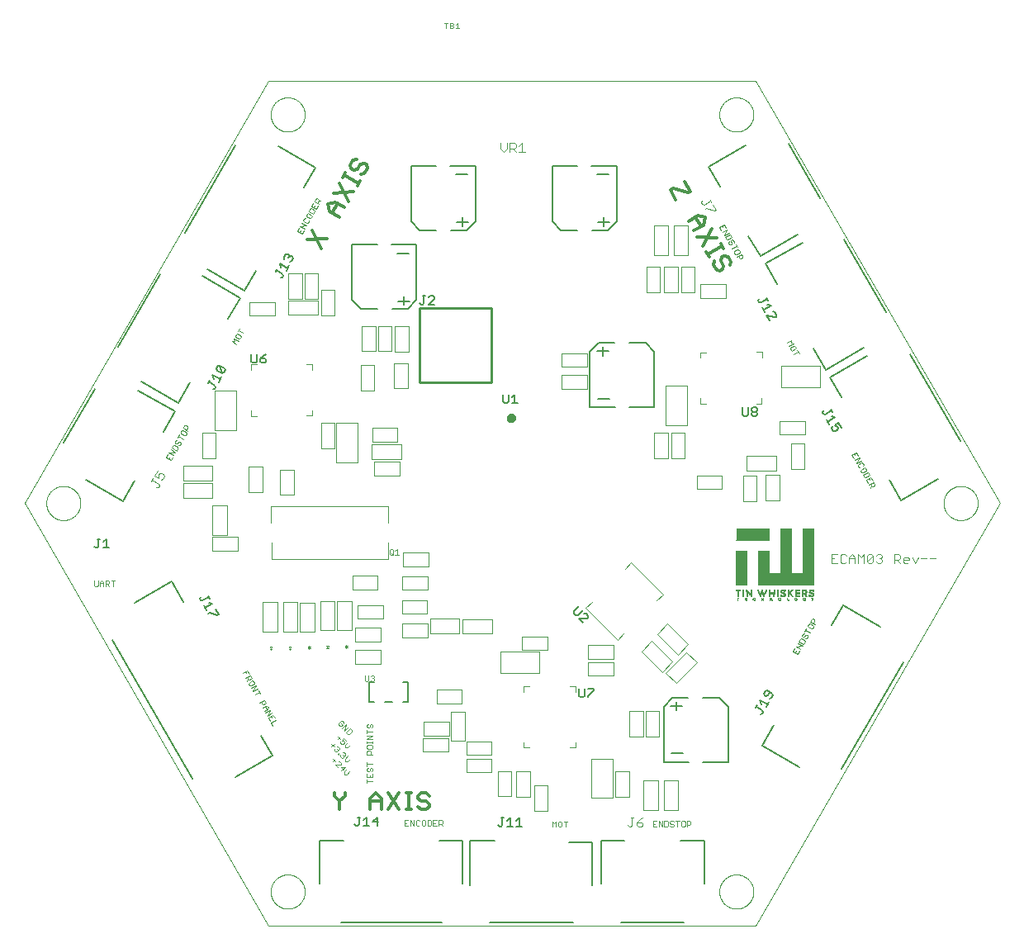
<source format=gto>
G75*
%MOIN*%
%OFA0B0*%
%FSLAX25Y25*%
%IPPOS*%
%LPD*%
%AMOC8*
5,1,8,0,0,1.08239X$1,22.5*
%
%ADD10C,0.00000*%
%ADD11C,0.01200*%
%ADD12C,0.00300*%
%ADD13C,0.00200*%
%ADD14C,0.00400*%
%ADD15C,0.00500*%
%ADD16C,0.00394*%
%ADD17C,0.01969*%
%ADD18C,0.00197*%
%ADD19C,0.01000*%
%ADD20R,0.00250X0.00050*%
%ADD21R,0.00850X0.00050*%
%ADD22R,0.00550X0.00050*%
%ADD23R,0.00350X0.00050*%
%ADD24R,0.00450X0.00050*%
%ADD25R,0.00200X0.00050*%
%ADD26R,0.00700X0.00050*%
%ADD27R,0.00600X0.00050*%
%ADD28R,0.00800X0.00050*%
%ADD29R,0.00400X0.00050*%
%ADD30R,0.00900X0.00050*%
%ADD31R,0.00300X0.00050*%
%ADD32R,0.00500X0.00050*%
%ADD33R,0.01000X0.00050*%
%ADD34R,0.00950X0.00050*%
%ADD35R,0.00750X0.00050*%
%ADD36R,0.00150X0.00050*%
%ADD37R,0.00100X0.00050*%
%ADD38R,0.00650X0.00050*%
%ADD39R,0.01050X0.00050*%
%ADD40R,0.02050X0.00050*%
%ADD41R,0.01300X0.00050*%
%ADD42R,0.01350X0.00050*%
%ADD43R,0.01550X0.00050*%
%ADD44R,0.01750X0.00050*%
%ADD45R,0.01900X0.00050*%
%ADD46R,0.02000X0.00050*%
%ADD47R,0.01100X0.00050*%
%ADD48R,0.01150X0.00050*%
%ADD49R,0.01200X0.00050*%
%ADD50R,0.01700X0.00050*%
%ADD51R,0.01250X0.00050*%
%ADD52R,0.01650X0.00050*%
%ADD53R,0.02400X0.00050*%
%ADD54R,0.01400X0.00050*%
%ADD55R,0.01500X0.00050*%
%ADD56R,0.01800X0.00050*%
%ADD57R,0.01450X0.00050*%
%ADD58R,0.01850X0.00050*%
%ADD59R,0.01950X0.00050*%
%ADD60R,0.02100X0.00050*%
%ADD61R,0.01600X0.00050*%
%ADD62R,0.02150X0.00050*%
%ADD63R,0.02200X0.00050*%
%ADD64R,0.04550X0.00050*%
%ADD65R,0.22600X0.00050*%
%ADD66R,0.04600X0.00050*%
%ADD67R,0.04500X0.00050*%
%ADD68R,0.13600X0.00050*%
%ADD69R,0.13550X0.00050*%
D10*
X0099925Y0001500D02*
X0001500Y0171972D01*
X0099925Y0342445D01*
X0296776Y0342445D01*
X0395201Y0171972D01*
X0296776Y0001500D01*
X0099925Y0001500D01*
X0100909Y0015134D02*
X0100911Y0015303D01*
X0100917Y0015472D01*
X0100928Y0015641D01*
X0100942Y0015809D01*
X0100961Y0015977D01*
X0100984Y0016145D01*
X0101010Y0016312D01*
X0101041Y0016478D01*
X0101076Y0016644D01*
X0101115Y0016808D01*
X0101159Y0016972D01*
X0101206Y0017134D01*
X0101257Y0017295D01*
X0101312Y0017455D01*
X0101371Y0017614D01*
X0101433Y0017771D01*
X0101500Y0017926D01*
X0101571Y0018080D01*
X0101645Y0018232D01*
X0101723Y0018382D01*
X0101804Y0018530D01*
X0101889Y0018676D01*
X0101978Y0018820D01*
X0102070Y0018962D01*
X0102166Y0019101D01*
X0102265Y0019238D01*
X0102367Y0019373D01*
X0102473Y0019505D01*
X0102582Y0019634D01*
X0102694Y0019761D01*
X0102809Y0019885D01*
X0102927Y0020006D01*
X0103048Y0020124D01*
X0103172Y0020239D01*
X0103299Y0020351D01*
X0103428Y0020460D01*
X0103560Y0020566D01*
X0103695Y0020668D01*
X0103832Y0020767D01*
X0103971Y0020863D01*
X0104113Y0020955D01*
X0104257Y0021044D01*
X0104403Y0021129D01*
X0104551Y0021210D01*
X0104701Y0021288D01*
X0104853Y0021362D01*
X0105007Y0021433D01*
X0105162Y0021500D01*
X0105319Y0021562D01*
X0105478Y0021621D01*
X0105638Y0021676D01*
X0105799Y0021727D01*
X0105961Y0021774D01*
X0106125Y0021818D01*
X0106289Y0021857D01*
X0106455Y0021892D01*
X0106621Y0021923D01*
X0106788Y0021949D01*
X0106956Y0021972D01*
X0107124Y0021991D01*
X0107292Y0022005D01*
X0107461Y0022016D01*
X0107630Y0022022D01*
X0107799Y0022024D01*
X0107968Y0022022D01*
X0108137Y0022016D01*
X0108306Y0022005D01*
X0108474Y0021991D01*
X0108642Y0021972D01*
X0108810Y0021949D01*
X0108977Y0021923D01*
X0109143Y0021892D01*
X0109309Y0021857D01*
X0109473Y0021818D01*
X0109637Y0021774D01*
X0109799Y0021727D01*
X0109960Y0021676D01*
X0110120Y0021621D01*
X0110279Y0021562D01*
X0110436Y0021500D01*
X0110591Y0021433D01*
X0110745Y0021362D01*
X0110897Y0021288D01*
X0111047Y0021210D01*
X0111195Y0021129D01*
X0111341Y0021044D01*
X0111485Y0020955D01*
X0111627Y0020863D01*
X0111766Y0020767D01*
X0111903Y0020668D01*
X0112038Y0020566D01*
X0112170Y0020460D01*
X0112299Y0020351D01*
X0112426Y0020239D01*
X0112550Y0020124D01*
X0112671Y0020006D01*
X0112789Y0019885D01*
X0112904Y0019761D01*
X0113016Y0019634D01*
X0113125Y0019505D01*
X0113231Y0019373D01*
X0113333Y0019238D01*
X0113432Y0019101D01*
X0113528Y0018962D01*
X0113620Y0018820D01*
X0113709Y0018676D01*
X0113794Y0018530D01*
X0113875Y0018382D01*
X0113953Y0018232D01*
X0114027Y0018080D01*
X0114098Y0017926D01*
X0114165Y0017771D01*
X0114227Y0017614D01*
X0114286Y0017455D01*
X0114341Y0017295D01*
X0114392Y0017134D01*
X0114439Y0016972D01*
X0114483Y0016808D01*
X0114522Y0016644D01*
X0114557Y0016478D01*
X0114588Y0016312D01*
X0114614Y0016145D01*
X0114637Y0015977D01*
X0114656Y0015809D01*
X0114670Y0015641D01*
X0114681Y0015472D01*
X0114687Y0015303D01*
X0114689Y0015134D01*
X0114687Y0014965D01*
X0114681Y0014796D01*
X0114670Y0014627D01*
X0114656Y0014459D01*
X0114637Y0014291D01*
X0114614Y0014123D01*
X0114588Y0013956D01*
X0114557Y0013790D01*
X0114522Y0013624D01*
X0114483Y0013460D01*
X0114439Y0013296D01*
X0114392Y0013134D01*
X0114341Y0012973D01*
X0114286Y0012813D01*
X0114227Y0012654D01*
X0114165Y0012497D01*
X0114098Y0012342D01*
X0114027Y0012188D01*
X0113953Y0012036D01*
X0113875Y0011886D01*
X0113794Y0011738D01*
X0113709Y0011592D01*
X0113620Y0011448D01*
X0113528Y0011306D01*
X0113432Y0011167D01*
X0113333Y0011030D01*
X0113231Y0010895D01*
X0113125Y0010763D01*
X0113016Y0010634D01*
X0112904Y0010507D01*
X0112789Y0010383D01*
X0112671Y0010262D01*
X0112550Y0010144D01*
X0112426Y0010029D01*
X0112299Y0009917D01*
X0112170Y0009808D01*
X0112038Y0009702D01*
X0111903Y0009600D01*
X0111766Y0009501D01*
X0111627Y0009405D01*
X0111485Y0009313D01*
X0111341Y0009224D01*
X0111195Y0009139D01*
X0111047Y0009058D01*
X0110897Y0008980D01*
X0110745Y0008906D01*
X0110591Y0008835D01*
X0110436Y0008768D01*
X0110279Y0008706D01*
X0110120Y0008647D01*
X0109960Y0008592D01*
X0109799Y0008541D01*
X0109637Y0008494D01*
X0109473Y0008450D01*
X0109309Y0008411D01*
X0109143Y0008376D01*
X0108977Y0008345D01*
X0108810Y0008319D01*
X0108642Y0008296D01*
X0108474Y0008277D01*
X0108306Y0008263D01*
X0108137Y0008252D01*
X0107968Y0008246D01*
X0107799Y0008244D01*
X0107630Y0008246D01*
X0107461Y0008252D01*
X0107292Y0008263D01*
X0107124Y0008277D01*
X0106956Y0008296D01*
X0106788Y0008319D01*
X0106621Y0008345D01*
X0106455Y0008376D01*
X0106289Y0008411D01*
X0106125Y0008450D01*
X0105961Y0008494D01*
X0105799Y0008541D01*
X0105638Y0008592D01*
X0105478Y0008647D01*
X0105319Y0008706D01*
X0105162Y0008768D01*
X0105007Y0008835D01*
X0104853Y0008906D01*
X0104701Y0008980D01*
X0104551Y0009058D01*
X0104403Y0009139D01*
X0104257Y0009224D01*
X0104113Y0009313D01*
X0103971Y0009405D01*
X0103832Y0009501D01*
X0103695Y0009600D01*
X0103560Y0009702D01*
X0103428Y0009808D01*
X0103299Y0009917D01*
X0103172Y0010029D01*
X0103048Y0010144D01*
X0102927Y0010262D01*
X0102809Y0010383D01*
X0102694Y0010507D01*
X0102582Y0010634D01*
X0102473Y0010763D01*
X0102367Y0010895D01*
X0102265Y0011030D01*
X0102166Y0011167D01*
X0102070Y0011306D01*
X0101978Y0011448D01*
X0101889Y0011592D01*
X0101804Y0011738D01*
X0101723Y0011886D01*
X0101645Y0012036D01*
X0101571Y0012188D01*
X0101500Y0012342D01*
X0101433Y0012497D01*
X0101371Y0012654D01*
X0101312Y0012813D01*
X0101257Y0012973D01*
X0101206Y0013134D01*
X0101159Y0013296D01*
X0101115Y0013460D01*
X0101076Y0013624D01*
X0101041Y0013790D01*
X0101010Y0013956D01*
X0100984Y0014123D01*
X0100961Y0014291D01*
X0100942Y0014459D01*
X0100928Y0014627D01*
X0100917Y0014796D01*
X0100911Y0014965D01*
X0100909Y0015134D01*
X0010358Y0171972D02*
X0010360Y0172141D01*
X0010366Y0172310D01*
X0010377Y0172479D01*
X0010391Y0172647D01*
X0010410Y0172815D01*
X0010433Y0172983D01*
X0010459Y0173150D01*
X0010490Y0173316D01*
X0010525Y0173482D01*
X0010564Y0173646D01*
X0010608Y0173810D01*
X0010655Y0173972D01*
X0010706Y0174133D01*
X0010761Y0174293D01*
X0010820Y0174452D01*
X0010882Y0174609D01*
X0010949Y0174764D01*
X0011020Y0174918D01*
X0011094Y0175070D01*
X0011172Y0175220D01*
X0011253Y0175368D01*
X0011338Y0175514D01*
X0011427Y0175658D01*
X0011519Y0175800D01*
X0011615Y0175939D01*
X0011714Y0176076D01*
X0011816Y0176211D01*
X0011922Y0176343D01*
X0012031Y0176472D01*
X0012143Y0176599D01*
X0012258Y0176723D01*
X0012376Y0176844D01*
X0012497Y0176962D01*
X0012621Y0177077D01*
X0012748Y0177189D01*
X0012877Y0177298D01*
X0013009Y0177404D01*
X0013144Y0177506D01*
X0013281Y0177605D01*
X0013420Y0177701D01*
X0013562Y0177793D01*
X0013706Y0177882D01*
X0013852Y0177967D01*
X0014000Y0178048D01*
X0014150Y0178126D01*
X0014302Y0178200D01*
X0014456Y0178271D01*
X0014611Y0178338D01*
X0014768Y0178400D01*
X0014927Y0178459D01*
X0015087Y0178514D01*
X0015248Y0178565D01*
X0015410Y0178612D01*
X0015574Y0178656D01*
X0015738Y0178695D01*
X0015904Y0178730D01*
X0016070Y0178761D01*
X0016237Y0178787D01*
X0016405Y0178810D01*
X0016573Y0178829D01*
X0016741Y0178843D01*
X0016910Y0178854D01*
X0017079Y0178860D01*
X0017248Y0178862D01*
X0017417Y0178860D01*
X0017586Y0178854D01*
X0017755Y0178843D01*
X0017923Y0178829D01*
X0018091Y0178810D01*
X0018259Y0178787D01*
X0018426Y0178761D01*
X0018592Y0178730D01*
X0018758Y0178695D01*
X0018922Y0178656D01*
X0019086Y0178612D01*
X0019248Y0178565D01*
X0019409Y0178514D01*
X0019569Y0178459D01*
X0019728Y0178400D01*
X0019885Y0178338D01*
X0020040Y0178271D01*
X0020194Y0178200D01*
X0020346Y0178126D01*
X0020496Y0178048D01*
X0020644Y0177967D01*
X0020790Y0177882D01*
X0020934Y0177793D01*
X0021076Y0177701D01*
X0021215Y0177605D01*
X0021352Y0177506D01*
X0021487Y0177404D01*
X0021619Y0177298D01*
X0021748Y0177189D01*
X0021875Y0177077D01*
X0021999Y0176962D01*
X0022120Y0176844D01*
X0022238Y0176723D01*
X0022353Y0176599D01*
X0022465Y0176472D01*
X0022574Y0176343D01*
X0022680Y0176211D01*
X0022782Y0176076D01*
X0022881Y0175939D01*
X0022977Y0175800D01*
X0023069Y0175658D01*
X0023158Y0175514D01*
X0023243Y0175368D01*
X0023324Y0175220D01*
X0023402Y0175070D01*
X0023476Y0174918D01*
X0023547Y0174764D01*
X0023614Y0174609D01*
X0023676Y0174452D01*
X0023735Y0174293D01*
X0023790Y0174133D01*
X0023841Y0173972D01*
X0023888Y0173810D01*
X0023932Y0173646D01*
X0023971Y0173482D01*
X0024006Y0173316D01*
X0024037Y0173150D01*
X0024063Y0172983D01*
X0024086Y0172815D01*
X0024105Y0172647D01*
X0024119Y0172479D01*
X0024130Y0172310D01*
X0024136Y0172141D01*
X0024138Y0171972D01*
X0024136Y0171803D01*
X0024130Y0171634D01*
X0024119Y0171465D01*
X0024105Y0171297D01*
X0024086Y0171129D01*
X0024063Y0170961D01*
X0024037Y0170794D01*
X0024006Y0170628D01*
X0023971Y0170462D01*
X0023932Y0170298D01*
X0023888Y0170134D01*
X0023841Y0169972D01*
X0023790Y0169811D01*
X0023735Y0169651D01*
X0023676Y0169492D01*
X0023614Y0169335D01*
X0023547Y0169180D01*
X0023476Y0169026D01*
X0023402Y0168874D01*
X0023324Y0168724D01*
X0023243Y0168576D01*
X0023158Y0168430D01*
X0023069Y0168286D01*
X0022977Y0168144D01*
X0022881Y0168005D01*
X0022782Y0167868D01*
X0022680Y0167733D01*
X0022574Y0167601D01*
X0022465Y0167472D01*
X0022353Y0167345D01*
X0022238Y0167221D01*
X0022120Y0167100D01*
X0021999Y0166982D01*
X0021875Y0166867D01*
X0021748Y0166755D01*
X0021619Y0166646D01*
X0021487Y0166540D01*
X0021352Y0166438D01*
X0021215Y0166339D01*
X0021076Y0166243D01*
X0020934Y0166151D01*
X0020790Y0166062D01*
X0020644Y0165977D01*
X0020496Y0165896D01*
X0020346Y0165818D01*
X0020194Y0165744D01*
X0020040Y0165673D01*
X0019885Y0165606D01*
X0019728Y0165544D01*
X0019569Y0165485D01*
X0019409Y0165430D01*
X0019248Y0165379D01*
X0019086Y0165332D01*
X0018922Y0165288D01*
X0018758Y0165249D01*
X0018592Y0165214D01*
X0018426Y0165183D01*
X0018259Y0165157D01*
X0018091Y0165134D01*
X0017923Y0165115D01*
X0017755Y0165101D01*
X0017586Y0165090D01*
X0017417Y0165084D01*
X0017248Y0165082D01*
X0017079Y0165084D01*
X0016910Y0165090D01*
X0016741Y0165101D01*
X0016573Y0165115D01*
X0016405Y0165134D01*
X0016237Y0165157D01*
X0016070Y0165183D01*
X0015904Y0165214D01*
X0015738Y0165249D01*
X0015574Y0165288D01*
X0015410Y0165332D01*
X0015248Y0165379D01*
X0015087Y0165430D01*
X0014927Y0165485D01*
X0014768Y0165544D01*
X0014611Y0165606D01*
X0014456Y0165673D01*
X0014302Y0165744D01*
X0014150Y0165818D01*
X0014000Y0165896D01*
X0013852Y0165977D01*
X0013706Y0166062D01*
X0013562Y0166151D01*
X0013420Y0166243D01*
X0013281Y0166339D01*
X0013144Y0166438D01*
X0013009Y0166540D01*
X0012877Y0166646D01*
X0012748Y0166755D01*
X0012621Y0166867D01*
X0012497Y0166982D01*
X0012376Y0167100D01*
X0012258Y0167221D01*
X0012143Y0167345D01*
X0012031Y0167472D01*
X0011922Y0167601D01*
X0011816Y0167733D01*
X0011714Y0167868D01*
X0011615Y0168005D01*
X0011519Y0168144D01*
X0011427Y0168286D01*
X0011338Y0168430D01*
X0011253Y0168576D01*
X0011172Y0168724D01*
X0011094Y0168874D01*
X0011020Y0169026D01*
X0010949Y0169180D01*
X0010882Y0169335D01*
X0010820Y0169492D01*
X0010761Y0169651D01*
X0010706Y0169811D01*
X0010655Y0169972D01*
X0010608Y0170134D01*
X0010564Y0170298D01*
X0010525Y0170462D01*
X0010490Y0170628D01*
X0010459Y0170794D01*
X0010433Y0170961D01*
X0010410Y0171129D01*
X0010391Y0171297D01*
X0010377Y0171465D01*
X0010366Y0171634D01*
X0010360Y0171803D01*
X0010358Y0171972D01*
X0100909Y0328811D02*
X0100911Y0328980D01*
X0100917Y0329149D01*
X0100928Y0329318D01*
X0100942Y0329486D01*
X0100961Y0329654D01*
X0100984Y0329822D01*
X0101010Y0329989D01*
X0101041Y0330155D01*
X0101076Y0330321D01*
X0101115Y0330485D01*
X0101159Y0330649D01*
X0101206Y0330811D01*
X0101257Y0330972D01*
X0101312Y0331132D01*
X0101371Y0331291D01*
X0101433Y0331448D01*
X0101500Y0331603D01*
X0101571Y0331757D01*
X0101645Y0331909D01*
X0101723Y0332059D01*
X0101804Y0332207D01*
X0101889Y0332353D01*
X0101978Y0332497D01*
X0102070Y0332639D01*
X0102166Y0332778D01*
X0102265Y0332915D01*
X0102367Y0333050D01*
X0102473Y0333182D01*
X0102582Y0333311D01*
X0102694Y0333438D01*
X0102809Y0333562D01*
X0102927Y0333683D01*
X0103048Y0333801D01*
X0103172Y0333916D01*
X0103299Y0334028D01*
X0103428Y0334137D01*
X0103560Y0334243D01*
X0103695Y0334345D01*
X0103832Y0334444D01*
X0103971Y0334540D01*
X0104113Y0334632D01*
X0104257Y0334721D01*
X0104403Y0334806D01*
X0104551Y0334887D01*
X0104701Y0334965D01*
X0104853Y0335039D01*
X0105007Y0335110D01*
X0105162Y0335177D01*
X0105319Y0335239D01*
X0105478Y0335298D01*
X0105638Y0335353D01*
X0105799Y0335404D01*
X0105961Y0335451D01*
X0106125Y0335495D01*
X0106289Y0335534D01*
X0106455Y0335569D01*
X0106621Y0335600D01*
X0106788Y0335626D01*
X0106956Y0335649D01*
X0107124Y0335668D01*
X0107292Y0335682D01*
X0107461Y0335693D01*
X0107630Y0335699D01*
X0107799Y0335701D01*
X0107968Y0335699D01*
X0108137Y0335693D01*
X0108306Y0335682D01*
X0108474Y0335668D01*
X0108642Y0335649D01*
X0108810Y0335626D01*
X0108977Y0335600D01*
X0109143Y0335569D01*
X0109309Y0335534D01*
X0109473Y0335495D01*
X0109637Y0335451D01*
X0109799Y0335404D01*
X0109960Y0335353D01*
X0110120Y0335298D01*
X0110279Y0335239D01*
X0110436Y0335177D01*
X0110591Y0335110D01*
X0110745Y0335039D01*
X0110897Y0334965D01*
X0111047Y0334887D01*
X0111195Y0334806D01*
X0111341Y0334721D01*
X0111485Y0334632D01*
X0111627Y0334540D01*
X0111766Y0334444D01*
X0111903Y0334345D01*
X0112038Y0334243D01*
X0112170Y0334137D01*
X0112299Y0334028D01*
X0112426Y0333916D01*
X0112550Y0333801D01*
X0112671Y0333683D01*
X0112789Y0333562D01*
X0112904Y0333438D01*
X0113016Y0333311D01*
X0113125Y0333182D01*
X0113231Y0333050D01*
X0113333Y0332915D01*
X0113432Y0332778D01*
X0113528Y0332639D01*
X0113620Y0332497D01*
X0113709Y0332353D01*
X0113794Y0332207D01*
X0113875Y0332059D01*
X0113953Y0331909D01*
X0114027Y0331757D01*
X0114098Y0331603D01*
X0114165Y0331448D01*
X0114227Y0331291D01*
X0114286Y0331132D01*
X0114341Y0330972D01*
X0114392Y0330811D01*
X0114439Y0330649D01*
X0114483Y0330485D01*
X0114522Y0330321D01*
X0114557Y0330155D01*
X0114588Y0329989D01*
X0114614Y0329822D01*
X0114637Y0329654D01*
X0114656Y0329486D01*
X0114670Y0329318D01*
X0114681Y0329149D01*
X0114687Y0328980D01*
X0114689Y0328811D01*
X0114687Y0328642D01*
X0114681Y0328473D01*
X0114670Y0328304D01*
X0114656Y0328136D01*
X0114637Y0327968D01*
X0114614Y0327800D01*
X0114588Y0327633D01*
X0114557Y0327467D01*
X0114522Y0327301D01*
X0114483Y0327137D01*
X0114439Y0326973D01*
X0114392Y0326811D01*
X0114341Y0326650D01*
X0114286Y0326490D01*
X0114227Y0326331D01*
X0114165Y0326174D01*
X0114098Y0326019D01*
X0114027Y0325865D01*
X0113953Y0325713D01*
X0113875Y0325563D01*
X0113794Y0325415D01*
X0113709Y0325269D01*
X0113620Y0325125D01*
X0113528Y0324983D01*
X0113432Y0324844D01*
X0113333Y0324707D01*
X0113231Y0324572D01*
X0113125Y0324440D01*
X0113016Y0324311D01*
X0112904Y0324184D01*
X0112789Y0324060D01*
X0112671Y0323939D01*
X0112550Y0323821D01*
X0112426Y0323706D01*
X0112299Y0323594D01*
X0112170Y0323485D01*
X0112038Y0323379D01*
X0111903Y0323277D01*
X0111766Y0323178D01*
X0111627Y0323082D01*
X0111485Y0322990D01*
X0111341Y0322901D01*
X0111195Y0322816D01*
X0111047Y0322735D01*
X0110897Y0322657D01*
X0110745Y0322583D01*
X0110591Y0322512D01*
X0110436Y0322445D01*
X0110279Y0322383D01*
X0110120Y0322324D01*
X0109960Y0322269D01*
X0109799Y0322218D01*
X0109637Y0322171D01*
X0109473Y0322127D01*
X0109309Y0322088D01*
X0109143Y0322053D01*
X0108977Y0322022D01*
X0108810Y0321996D01*
X0108642Y0321973D01*
X0108474Y0321954D01*
X0108306Y0321940D01*
X0108137Y0321929D01*
X0107968Y0321923D01*
X0107799Y0321921D01*
X0107630Y0321923D01*
X0107461Y0321929D01*
X0107292Y0321940D01*
X0107124Y0321954D01*
X0106956Y0321973D01*
X0106788Y0321996D01*
X0106621Y0322022D01*
X0106455Y0322053D01*
X0106289Y0322088D01*
X0106125Y0322127D01*
X0105961Y0322171D01*
X0105799Y0322218D01*
X0105638Y0322269D01*
X0105478Y0322324D01*
X0105319Y0322383D01*
X0105162Y0322445D01*
X0105007Y0322512D01*
X0104853Y0322583D01*
X0104701Y0322657D01*
X0104551Y0322735D01*
X0104403Y0322816D01*
X0104257Y0322901D01*
X0104113Y0322990D01*
X0103971Y0323082D01*
X0103832Y0323178D01*
X0103695Y0323277D01*
X0103560Y0323379D01*
X0103428Y0323485D01*
X0103299Y0323594D01*
X0103172Y0323706D01*
X0103048Y0323821D01*
X0102927Y0323939D01*
X0102809Y0324060D01*
X0102694Y0324184D01*
X0102582Y0324311D01*
X0102473Y0324440D01*
X0102367Y0324572D01*
X0102265Y0324707D01*
X0102166Y0324844D01*
X0102070Y0324983D01*
X0101978Y0325125D01*
X0101889Y0325269D01*
X0101804Y0325415D01*
X0101723Y0325563D01*
X0101645Y0325713D01*
X0101571Y0325865D01*
X0101500Y0326019D01*
X0101433Y0326174D01*
X0101371Y0326331D01*
X0101312Y0326490D01*
X0101257Y0326650D01*
X0101206Y0326811D01*
X0101159Y0326973D01*
X0101115Y0327137D01*
X0101076Y0327301D01*
X0101041Y0327467D01*
X0101010Y0327633D01*
X0100984Y0327800D01*
X0100961Y0327968D01*
X0100942Y0328136D01*
X0100928Y0328304D01*
X0100917Y0328473D01*
X0100911Y0328642D01*
X0100909Y0328811D01*
X0282012Y0328811D02*
X0282014Y0328980D01*
X0282020Y0329149D01*
X0282031Y0329318D01*
X0282045Y0329486D01*
X0282064Y0329654D01*
X0282087Y0329822D01*
X0282113Y0329989D01*
X0282144Y0330155D01*
X0282179Y0330321D01*
X0282218Y0330485D01*
X0282262Y0330649D01*
X0282309Y0330811D01*
X0282360Y0330972D01*
X0282415Y0331132D01*
X0282474Y0331291D01*
X0282536Y0331448D01*
X0282603Y0331603D01*
X0282674Y0331757D01*
X0282748Y0331909D01*
X0282826Y0332059D01*
X0282907Y0332207D01*
X0282992Y0332353D01*
X0283081Y0332497D01*
X0283173Y0332639D01*
X0283269Y0332778D01*
X0283368Y0332915D01*
X0283470Y0333050D01*
X0283576Y0333182D01*
X0283685Y0333311D01*
X0283797Y0333438D01*
X0283912Y0333562D01*
X0284030Y0333683D01*
X0284151Y0333801D01*
X0284275Y0333916D01*
X0284402Y0334028D01*
X0284531Y0334137D01*
X0284663Y0334243D01*
X0284798Y0334345D01*
X0284935Y0334444D01*
X0285074Y0334540D01*
X0285216Y0334632D01*
X0285360Y0334721D01*
X0285506Y0334806D01*
X0285654Y0334887D01*
X0285804Y0334965D01*
X0285956Y0335039D01*
X0286110Y0335110D01*
X0286265Y0335177D01*
X0286422Y0335239D01*
X0286581Y0335298D01*
X0286741Y0335353D01*
X0286902Y0335404D01*
X0287064Y0335451D01*
X0287228Y0335495D01*
X0287392Y0335534D01*
X0287558Y0335569D01*
X0287724Y0335600D01*
X0287891Y0335626D01*
X0288059Y0335649D01*
X0288227Y0335668D01*
X0288395Y0335682D01*
X0288564Y0335693D01*
X0288733Y0335699D01*
X0288902Y0335701D01*
X0289071Y0335699D01*
X0289240Y0335693D01*
X0289409Y0335682D01*
X0289577Y0335668D01*
X0289745Y0335649D01*
X0289913Y0335626D01*
X0290080Y0335600D01*
X0290246Y0335569D01*
X0290412Y0335534D01*
X0290576Y0335495D01*
X0290740Y0335451D01*
X0290902Y0335404D01*
X0291063Y0335353D01*
X0291223Y0335298D01*
X0291382Y0335239D01*
X0291539Y0335177D01*
X0291694Y0335110D01*
X0291848Y0335039D01*
X0292000Y0334965D01*
X0292150Y0334887D01*
X0292298Y0334806D01*
X0292444Y0334721D01*
X0292588Y0334632D01*
X0292730Y0334540D01*
X0292869Y0334444D01*
X0293006Y0334345D01*
X0293141Y0334243D01*
X0293273Y0334137D01*
X0293402Y0334028D01*
X0293529Y0333916D01*
X0293653Y0333801D01*
X0293774Y0333683D01*
X0293892Y0333562D01*
X0294007Y0333438D01*
X0294119Y0333311D01*
X0294228Y0333182D01*
X0294334Y0333050D01*
X0294436Y0332915D01*
X0294535Y0332778D01*
X0294631Y0332639D01*
X0294723Y0332497D01*
X0294812Y0332353D01*
X0294897Y0332207D01*
X0294978Y0332059D01*
X0295056Y0331909D01*
X0295130Y0331757D01*
X0295201Y0331603D01*
X0295268Y0331448D01*
X0295330Y0331291D01*
X0295389Y0331132D01*
X0295444Y0330972D01*
X0295495Y0330811D01*
X0295542Y0330649D01*
X0295586Y0330485D01*
X0295625Y0330321D01*
X0295660Y0330155D01*
X0295691Y0329989D01*
X0295717Y0329822D01*
X0295740Y0329654D01*
X0295759Y0329486D01*
X0295773Y0329318D01*
X0295784Y0329149D01*
X0295790Y0328980D01*
X0295792Y0328811D01*
X0295790Y0328642D01*
X0295784Y0328473D01*
X0295773Y0328304D01*
X0295759Y0328136D01*
X0295740Y0327968D01*
X0295717Y0327800D01*
X0295691Y0327633D01*
X0295660Y0327467D01*
X0295625Y0327301D01*
X0295586Y0327137D01*
X0295542Y0326973D01*
X0295495Y0326811D01*
X0295444Y0326650D01*
X0295389Y0326490D01*
X0295330Y0326331D01*
X0295268Y0326174D01*
X0295201Y0326019D01*
X0295130Y0325865D01*
X0295056Y0325713D01*
X0294978Y0325563D01*
X0294897Y0325415D01*
X0294812Y0325269D01*
X0294723Y0325125D01*
X0294631Y0324983D01*
X0294535Y0324844D01*
X0294436Y0324707D01*
X0294334Y0324572D01*
X0294228Y0324440D01*
X0294119Y0324311D01*
X0294007Y0324184D01*
X0293892Y0324060D01*
X0293774Y0323939D01*
X0293653Y0323821D01*
X0293529Y0323706D01*
X0293402Y0323594D01*
X0293273Y0323485D01*
X0293141Y0323379D01*
X0293006Y0323277D01*
X0292869Y0323178D01*
X0292730Y0323082D01*
X0292588Y0322990D01*
X0292444Y0322901D01*
X0292298Y0322816D01*
X0292150Y0322735D01*
X0292000Y0322657D01*
X0291848Y0322583D01*
X0291694Y0322512D01*
X0291539Y0322445D01*
X0291382Y0322383D01*
X0291223Y0322324D01*
X0291063Y0322269D01*
X0290902Y0322218D01*
X0290740Y0322171D01*
X0290576Y0322127D01*
X0290412Y0322088D01*
X0290246Y0322053D01*
X0290080Y0322022D01*
X0289913Y0321996D01*
X0289745Y0321973D01*
X0289577Y0321954D01*
X0289409Y0321940D01*
X0289240Y0321929D01*
X0289071Y0321923D01*
X0288902Y0321921D01*
X0288733Y0321923D01*
X0288564Y0321929D01*
X0288395Y0321940D01*
X0288227Y0321954D01*
X0288059Y0321973D01*
X0287891Y0321996D01*
X0287724Y0322022D01*
X0287558Y0322053D01*
X0287392Y0322088D01*
X0287228Y0322127D01*
X0287064Y0322171D01*
X0286902Y0322218D01*
X0286741Y0322269D01*
X0286581Y0322324D01*
X0286422Y0322383D01*
X0286265Y0322445D01*
X0286110Y0322512D01*
X0285956Y0322583D01*
X0285804Y0322657D01*
X0285654Y0322735D01*
X0285506Y0322816D01*
X0285360Y0322901D01*
X0285216Y0322990D01*
X0285074Y0323082D01*
X0284935Y0323178D01*
X0284798Y0323277D01*
X0284663Y0323379D01*
X0284531Y0323485D01*
X0284402Y0323594D01*
X0284275Y0323706D01*
X0284151Y0323821D01*
X0284030Y0323939D01*
X0283912Y0324060D01*
X0283797Y0324184D01*
X0283685Y0324311D01*
X0283576Y0324440D01*
X0283470Y0324572D01*
X0283368Y0324707D01*
X0283269Y0324844D01*
X0283173Y0324983D01*
X0283081Y0325125D01*
X0282992Y0325269D01*
X0282907Y0325415D01*
X0282826Y0325563D01*
X0282748Y0325713D01*
X0282674Y0325865D01*
X0282603Y0326019D01*
X0282536Y0326174D01*
X0282474Y0326331D01*
X0282415Y0326490D01*
X0282360Y0326650D01*
X0282309Y0326811D01*
X0282262Y0326973D01*
X0282218Y0327137D01*
X0282179Y0327301D01*
X0282144Y0327467D01*
X0282113Y0327633D01*
X0282087Y0327800D01*
X0282064Y0327968D01*
X0282045Y0328136D01*
X0282031Y0328304D01*
X0282020Y0328473D01*
X0282014Y0328642D01*
X0282012Y0328811D01*
X0372563Y0171972D02*
X0372565Y0172141D01*
X0372571Y0172310D01*
X0372582Y0172479D01*
X0372596Y0172647D01*
X0372615Y0172815D01*
X0372638Y0172983D01*
X0372664Y0173150D01*
X0372695Y0173316D01*
X0372730Y0173482D01*
X0372769Y0173646D01*
X0372813Y0173810D01*
X0372860Y0173972D01*
X0372911Y0174133D01*
X0372966Y0174293D01*
X0373025Y0174452D01*
X0373087Y0174609D01*
X0373154Y0174764D01*
X0373225Y0174918D01*
X0373299Y0175070D01*
X0373377Y0175220D01*
X0373458Y0175368D01*
X0373543Y0175514D01*
X0373632Y0175658D01*
X0373724Y0175800D01*
X0373820Y0175939D01*
X0373919Y0176076D01*
X0374021Y0176211D01*
X0374127Y0176343D01*
X0374236Y0176472D01*
X0374348Y0176599D01*
X0374463Y0176723D01*
X0374581Y0176844D01*
X0374702Y0176962D01*
X0374826Y0177077D01*
X0374953Y0177189D01*
X0375082Y0177298D01*
X0375214Y0177404D01*
X0375349Y0177506D01*
X0375486Y0177605D01*
X0375625Y0177701D01*
X0375767Y0177793D01*
X0375911Y0177882D01*
X0376057Y0177967D01*
X0376205Y0178048D01*
X0376355Y0178126D01*
X0376507Y0178200D01*
X0376661Y0178271D01*
X0376816Y0178338D01*
X0376973Y0178400D01*
X0377132Y0178459D01*
X0377292Y0178514D01*
X0377453Y0178565D01*
X0377615Y0178612D01*
X0377779Y0178656D01*
X0377943Y0178695D01*
X0378109Y0178730D01*
X0378275Y0178761D01*
X0378442Y0178787D01*
X0378610Y0178810D01*
X0378778Y0178829D01*
X0378946Y0178843D01*
X0379115Y0178854D01*
X0379284Y0178860D01*
X0379453Y0178862D01*
X0379622Y0178860D01*
X0379791Y0178854D01*
X0379960Y0178843D01*
X0380128Y0178829D01*
X0380296Y0178810D01*
X0380464Y0178787D01*
X0380631Y0178761D01*
X0380797Y0178730D01*
X0380963Y0178695D01*
X0381127Y0178656D01*
X0381291Y0178612D01*
X0381453Y0178565D01*
X0381614Y0178514D01*
X0381774Y0178459D01*
X0381933Y0178400D01*
X0382090Y0178338D01*
X0382245Y0178271D01*
X0382399Y0178200D01*
X0382551Y0178126D01*
X0382701Y0178048D01*
X0382849Y0177967D01*
X0382995Y0177882D01*
X0383139Y0177793D01*
X0383281Y0177701D01*
X0383420Y0177605D01*
X0383557Y0177506D01*
X0383692Y0177404D01*
X0383824Y0177298D01*
X0383953Y0177189D01*
X0384080Y0177077D01*
X0384204Y0176962D01*
X0384325Y0176844D01*
X0384443Y0176723D01*
X0384558Y0176599D01*
X0384670Y0176472D01*
X0384779Y0176343D01*
X0384885Y0176211D01*
X0384987Y0176076D01*
X0385086Y0175939D01*
X0385182Y0175800D01*
X0385274Y0175658D01*
X0385363Y0175514D01*
X0385448Y0175368D01*
X0385529Y0175220D01*
X0385607Y0175070D01*
X0385681Y0174918D01*
X0385752Y0174764D01*
X0385819Y0174609D01*
X0385881Y0174452D01*
X0385940Y0174293D01*
X0385995Y0174133D01*
X0386046Y0173972D01*
X0386093Y0173810D01*
X0386137Y0173646D01*
X0386176Y0173482D01*
X0386211Y0173316D01*
X0386242Y0173150D01*
X0386268Y0172983D01*
X0386291Y0172815D01*
X0386310Y0172647D01*
X0386324Y0172479D01*
X0386335Y0172310D01*
X0386341Y0172141D01*
X0386343Y0171972D01*
X0386341Y0171803D01*
X0386335Y0171634D01*
X0386324Y0171465D01*
X0386310Y0171297D01*
X0386291Y0171129D01*
X0386268Y0170961D01*
X0386242Y0170794D01*
X0386211Y0170628D01*
X0386176Y0170462D01*
X0386137Y0170298D01*
X0386093Y0170134D01*
X0386046Y0169972D01*
X0385995Y0169811D01*
X0385940Y0169651D01*
X0385881Y0169492D01*
X0385819Y0169335D01*
X0385752Y0169180D01*
X0385681Y0169026D01*
X0385607Y0168874D01*
X0385529Y0168724D01*
X0385448Y0168576D01*
X0385363Y0168430D01*
X0385274Y0168286D01*
X0385182Y0168144D01*
X0385086Y0168005D01*
X0384987Y0167868D01*
X0384885Y0167733D01*
X0384779Y0167601D01*
X0384670Y0167472D01*
X0384558Y0167345D01*
X0384443Y0167221D01*
X0384325Y0167100D01*
X0384204Y0166982D01*
X0384080Y0166867D01*
X0383953Y0166755D01*
X0383824Y0166646D01*
X0383692Y0166540D01*
X0383557Y0166438D01*
X0383420Y0166339D01*
X0383281Y0166243D01*
X0383139Y0166151D01*
X0382995Y0166062D01*
X0382849Y0165977D01*
X0382701Y0165896D01*
X0382551Y0165818D01*
X0382399Y0165744D01*
X0382245Y0165673D01*
X0382090Y0165606D01*
X0381933Y0165544D01*
X0381774Y0165485D01*
X0381614Y0165430D01*
X0381453Y0165379D01*
X0381291Y0165332D01*
X0381127Y0165288D01*
X0380963Y0165249D01*
X0380797Y0165214D01*
X0380631Y0165183D01*
X0380464Y0165157D01*
X0380296Y0165134D01*
X0380128Y0165115D01*
X0379960Y0165101D01*
X0379791Y0165090D01*
X0379622Y0165084D01*
X0379453Y0165082D01*
X0379284Y0165084D01*
X0379115Y0165090D01*
X0378946Y0165101D01*
X0378778Y0165115D01*
X0378610Y0165134D01*
X0378442Y0165157D01*
X0378275Y0165183D01*
X0378109Y0165214D01*
X0377943Y0165249D01*
X0377779Y0165288D01*
X0377615Y0165332D01*
X0377453Y0165379D01*
X0377292Y0165430D01*
X0377132Y0165485D01*
X0376973Y0165544D01*
X0376816Y0165606D01*
X0376661Y0165673D01*
X0376507Y0165744D01*
X0376355Y0165818D01*
X0376205Y0165896D01*
X0376057Y0165977D01*
X0375911Y0166062D01*
X0375767Y0166151D01*
X0375625Y0166243D01*
X0375486Y0166339D01*
X0375349Y0166438D01*
X0375214Y0166540D01*
X0375082Y0166646D01*
X0374953Y0166755D01*
X0374826Y0166867D01*
X0374702Y0166982D01*
X0374581Y0167100D01*
X0374463Y0167221D01*
X0374348Y0167345D01*
X0374236Y0167472D01*
X0374127Y0167601D01*
X0374021Y0167733D01*
X0373919Y0167868D01*
X0373820Y0168005D01*
X0373724Y0168144D01*
X0373632Y0168286D01*
X0373543Y0168430D01*
X0373458Y0168576D01*
X0373377Y0168724D01*
X0373299Y0168874D01*
X0373225Y0169026D01*
X0373154Y0169180D01*
X0373087Y0169335D01*
X0373025Y0169492D01*
X0372966Y0169651D01*
X0372911Y0169811D01*
X0372860Y0169972D01*
X0372813Y0170134D01*
X0372769Y0170298D01*
X0372730Y0170462D01*
X0372695Y0170628D01*
X0372664Y0170794D01*
X0372638Y0170961D01*
X0372615Y0171129D01*
X0372596Y0171297D01*
X0372582Y0171465D01*
X0372571Y0171634D01*
X0372565Y0171803D01*
X0372563Y0171972D01*
X0282012Y0015134D02*
X0282014Y0015303D01*
X0282020Y0015472D01*
X0282031Y0015641D01*
X0282045Y0015809D01*
X0282064Y0015977D01*
X0282087Y0016145D01*
X0282113Y0016312D01*
X0282144Y0016478D01*
X0282179Y0016644D01*
X0282218Y0016808D01*
X0282262Y0016972D01*
X0282309Y0017134D01*
X0282360Y0017295D01*
X0282415Y0017455D01*
X0282474Y0017614D01*
X0282536Y0017771D01*
X0282603Y0017926D01*
X0282674Y0018080D01*
X0282748Y0018232D01*
X0282826Y0018382D01*
X0282907Y0018530D01*
X0282992Y0018676D01*
X0283081Y0018820D01*
X0283173Y0018962D01*
X0283269Y0019101D01*
X0283368Y0019238D01*
X0283470Y0019373D01*
X0283576Y0019505D01*
X0283685Y0019634D01*
X0283797Y0019761D01*
X0283912Y0019885D01*
X0284030Y0020006D01*
X0284151Y0020124D01*
X0284275Y0020239D01*
X0284402Y0020351D01*
X0284531Y0020460D01*
X0284663Y0020566D01*
X0284798Y0020668D01*
X0284935Y0020767D01*
X0285074Y0020863D01*
X0285216Y0020955D01*
X0285360Y0021044D01*
X0285506Y0021129D01*
X0285654Y0021210D01*
X0285804Y0021288D01*
X0285956Y0021362D01*
X0286110Y0021433D01*
X0286265Y0021500D01*
X0286422Y0021562D01*
X0286581Y0021621D01*
X0286741Y0021676D01*
X0286902Y0021727D01*
X0287064Y0021774D01*
X0287228Y0021818D01*
X0287392Y0021857D01*
X0287558Y0021892D01*
X0287724Y0021923D01*
X0287891Y0021949D01*
X0288059Y0021972D01*
X0288227Y0021991D01*
X0288395Y0022005D01*
X0288564Y0022016D01*
X0288733Y0022022D01*
X0288902Y0022024D01*
X0289071Y0022022D01*
X0289240Y0022016D01*
X0289409Y0022005D01*
X0289577Y0021991D01*
X0289745Y0021972D01*
X0289913Y0021949D01*
X0290080Y0021923D01*
X0290246Y0021892D01*
X0290412Y0021857D01*
X0290576Y0021818D01*
X0290740Y0021774D01*
X0290902Y0021727D01*
X0291063Y0021676D01*
X0291223Y0021621D01*
X0291382Y0021562D01*
X0291539Y0021500D01*
X0291694Y0021433D01*
X0291848Y0021362D01*
X0292000Y0021288D01*
X0292150Y0021210D01*
X0292298Y0021129D01*
X0292444Y0021044D01*
X0292588Y0020955D01*
X0292730Y0020863D01*
X0292869Y0020767D01*
X0293006Y0020668D01*
X0293141Y0020566D01*
X0293273Y0020460D01*
X0293402Y0020351D01*
X0293529Y0020239D01*
X0293653Y0020124D01*
X0293774Y0020006D01*
X0293892Y0019885D01*
X0294007Y0019761D01*
X0294119Y0019634D01*
X0294228Y0019505D01*
X0294334Y0019373D01*
X0294436Y0019238D01*
X0294535Y0019101D01*
X0294631Y0018962D01*
X0294723Y0018820D01*
X0294812Y0018676D01*
X0294897Y0018530D01*
X0294978Y0018382D01*
X0295056Y0018232D01*
X0295130Y0018080D01*
X0295201Y0017926D01*
X0295268Y0017771D01*
X0295330Y0017614D01*
X0295389Y0017455D01*
X0295444Y0017295D01*
X0295495Y0017134D01*
X0295542Y0016972D01*
X0295586Y0016808D01*
X0295625Y0016644D01*
X0295660Y0016478D01*
X0295691Y0016312D01*
X0295717Y0016145D01*
X0295740Y0015977D01*
X0295759Y0015809D01*
X0295773Y0015641D01*
X0295784Y0015472D01*
X0295790Y0015303D01*
X0295792Y0015134D01*
X0295790Y0014965D01*
X0295784Y0014796D01*
X0295773Y0014627D01*
X0295759Y0014459D01*
X0295740Y0014291D01*
X0295717Y0014123D01*
X0295691Y0013956D01*
X0295660Y0013790D01*
X0295625Y0013624D01*
X0295586Y0013460D01*
X0295542Y0013296D01*
X0295495Y0013134D01*
X0295444Y0012973D01*
X0295389Y0012813D01*
X0295330Y0012654D01*
X0295268Y0012497D01*
X0295201Y0012342D01*
X0295130Y0012188D01*
X0295056Y0012036D01*
X0294978Y0011886D01*
X0294897Y0011738D01*
X0294812Y0011592D01*
X0294723Y0011448D01*
X0294631Y0011306D01*
X0294535Y0011167D01*
X0294436Y0011030D01*
X0294334Y0010895D01*
X0294228Y0010763D01*
X0294119Y0010634D01*
X0294007Y0010507D01*
X0293892Y0010383D01*
X0293774Y0010262D01*
X0293653Y0010144D01*
X0293529Y0010029D01*
X0293402Y0009917D01*
X0293273Y0009808D01*
X0293141Y0009702D01*
X0293006Y0009600D01*
X0292869Y0009501D01*
X0292730Y0009405D01*
X0292588Y0009313D01*
X0292444Y0009224D01*
X0292298Y0009139D01*
X0292150Y0009058D01*
X0292000Y0008980D01*
X0291848Y0008906D01*
X0291694Y0008835D01*
X0291539Y0008768D01*
X0291382Y0008706D01*
X0291223Y0008647D01*
X0291063Y0008592D01*
X0290902Y0008541D01*
X0290740Y0008494D01*
X0290576Y0008450D01*
X0290412Y0008411D01*
X0290246Y0008376D01*
X0290080Y0008345D01*
X0289913Y0008319D01*
X0289745Y0008296D01*
X0289577Y0008277D01*
X0289409Y0008263D01*
X0289240Y0008252D01*
X0289071Y0008246D01*
X0288902Y0008244D01*
X0288733Y0008246D01*
X0288564Y0008252D01*
X0288395Y0008263D01*
X0288227Y0008277D01*
X0288059Y0008296D01*
X0287891Y0008319D01*
X0287724Y0008345D01*
X0287558Y0008376D01*
X0287392Y0008411D01*
X0287228Y0008450D01*
X0287064Y0008494D01*
X0286902Y0008541D01*
X0286741Y0008592D01*
X0286581Y0008647D01*
X0286422Y0008706D01*
X0286265Y0008768D01*
X0286110Y0008835D01*
X0285956Y0008906D01*
X0285804Y0008980D01*
X0285654Y0009058D01*
X0285506Y0009139D01*
X0285360Y0009224D01*
X0285216Y0009313D01*
X0285074Y0009405D01*
X0284935Y0009501D01*
X0284798Y0009600D01*
X0284663Y0009702D01*
X0284531Y0009808D01*
X0284402Y0009917D01*
X0284275Y0010029D01*
X0284151Y0010144D01*
X0284030Y0010262D01*
X0283912Y0010383D01*
X0283797Y0010507D01*
X0283685Y0010634D01*
X0283576Y0010763D01*
X0283470Y0010895D01*
X0283368Y0011030D01*
X0283269Y0011167D01*
X0283173Y0011306D01*
X0283081Y0011448D01*
X0282992Y0011592D01*
X0282907Y0011738D01*
X0282826Y0011886D01*
X0282748Y0012036D01*
X0282674Y0012188D01*
X0282603Y0012342D01*
X0282536Y0012497D01*
X0282474Y0012654D01*
X0282415Y0012813D01*
X0282360Y0012973D01*
X0282309Y0013134D01*
X0282262Y0013296D01*
X0282218Y0013460D01*
X0282179Y0013624D01*
X0282144Y0013790D01*
X0282113Y0013956D01*
X0282087Y0014123D01*
X0282064Y0014291D01*
X0282045Y0014459D01*
X0282031Y0014627D01*
X0282020Y0014796D01*
X0282014Y0014965D01*
X0282012Y0015134D01*
D11*
X0164855Y0049422D02*
X0163742Y0048309D01*
X0161515Y0048309D01*
X0160402Y0049422D01*
X0161515Y0051649D02*
X0163742Y0051649D01*
X0164855Y0050536D01*
X0164855Y0049422D01*
X0161515Y0051649D02*
X0160402Y0052762D01*
X0160402Y0053876D01*
X0161515Y0054989D01*
X0163742Y0054989D01*
X0164855Y0053876D01*
X0157795Y0054989D02*
X0155568Y0054989D01*
X0156681Y0054989D02*
X0156681Y0048309D01*
X0155568Y0048309D02*
X0157795Y0048309D01*
X0152771Y0048309D02*
X0148318Y0054989D01*
X0145521Y0052762D02*
X0145521Y0048309D01*
X0148318Y0048309D02*
X0152771Y0054989D01*
X0145521Y0052762D02*
X0143294Y0054989D01*
X0141068Y0052762D01*
X0141068Y0048309D01*
X0141068Y0051649D02*
X0145521Y0051649D01*
X0131020Y0053876D02*
X0131020Y0054989D01*
X0131020Y0053876D02*
X0128794Y0051649D01*
X0128794Y0048309D01*
X0128794Y0051649D02*
X0126567Y0053876D01*
X0126567Y0054989D01*
X0280826Y0266181D02*
X0279713Y0268109D01*
X0280120Y0269630D01*
X0282605Y0269779D02*
X0283719Y0267851D01*
X0283311Y0266330D01*
X0282347Y0265773D01*
X0280826Y0266181D01*
X0282605Y0269779D02*
X0283013Y0271300D01*
X0283977Y0271856D01*
X0285498Y0271449D01*
X0286611Y0269521D01*
X0286204Y0268000D01*
X0283638Y0274671D02*
X0282524Y0276599D01*
X0283081Y0275635D02*
X0277296Y0272295D01*
X0276740Y0273259D02*
X0277853Y0271331D01*
X0275341Y0275682D02*
X0278899Y0282878D01*
X0275572Y0284187D02*
X0271716Y0281960D01*
X0273114Y0279538D02*
X0281126Y0279021D01*
X0275572Y0284187D02*
X0276387Y0287229D01*
X0273346Y0288044D01*
X0269489Y0285817D01*
X0272382Y0287487D02*
X0274608Y0283630D01*
X0269286Y0297302D02*
X0263203Y0298932D01*
X0262239Y0298375D01*
X0264466Y0294518D01*
X0269286Y0297302D02*
X0270250Y0297858D01*
X0268024Y0301715D01*
X0139912Y0307075D02*
X0138799Y0305147D01*
X0137278Y0304740D01*
X0135906Y0306817D02*
X0134386Y0306410D01*
X0133422Y0306966D01*
X0133014Y0308487D01*
X0134127Y0310415D01*
X0135648Y0310823D01*
X0137020Y0308745D02*
X0138541Y0309153D01*
X0139505Y0308596D01*
X0139912Y0307075D01*
X0137020Y0308745D02*
X0135906Y0306817D01*
X0131154Y0305265D02*
X0130041Y0303337D01*
X0130597Y0304301D02*
X0136382Y0300961D01*
X0135826Y0299997D02*
X0136939Y0301925D01*
X0134427Y0297575D02*
X0126416Y0297058D01*
X0126945Y0293522D02*
X0123904Y0292707D01*
X0124719Y0289666D01*
X0128575Y0287439D01*
X0125683Y0289109D02*
X0127909Y0292966D01*
X0126945Y0293522D02*
X0130802Y0291296D01*
X0132200Y0293718D02*
X0128642Y0300915D01*
X0117767Y0282078D02*
X0121325Y0274881D01*
X0123552Y0278738D02*
X0115540Y0278221D01*
D12*
X0113494Y0280740D02*
X0114228Y0282011D01*
X0114645Y0282733D02*
X0112738Y0283834D01*
X0115379Y0284005D01*
X0113472Y0285105D01*
X0114207Y0285644D02*
X0115478Y0284910D01*
X0115979Y0285045D01*
X0116346Y0285680D01*
X0116212Y0286182D01*
X0116629Y0286904D02*
X0117130Y0287038D01*
X0117497Y0287674D01*
X0117363Y0288175D01*
X0116092Y0288909D01*
X0115590Y0288775D01*
X0115223Y0288139D01*
X0115358Y0287638D01*
X0116629Y0286904D01*
X0114941Y0286916D02*
X0114439Y0286781D01*
X0114072Y0286146D01*
X0114207Y0285644D01*
X0112321Y0283112D02*
X0111587Y0281841D01*
X0113494Y0280740D01*
X0112540Y0281290D02*
X0112907Y0281926D01*
X0116191Y0289815D02*
X0116741Y0290768D01*
X0117243Y0290903D01*
X0118514Y0290169D01*
X0118648Y0289667D01*
X0118098Y0288714D01*
X0116191Y0289815D01*
X0117342Y0291808D02*
X0119249Y0290707D01*
X0119983Y0291979D01*
X0120400Y0292701D02*
X0118493Y0293802D01*
X0119043Y0294755D01*
X0119544Y0294890D01*
X0120180Y0294523D01*
X0120314Y0294021D01*
X0119764Y0293068D01*
X0120131Y0293704D02*
X0121134Y0293972D01*
X0118076Y0293080D02*
X0117342Y0291808D01*
X0118295Y0291258D02*
X0118662Y0291894D01*
X0088258Y0242494D02*
X0087524Y0241223D01*
X0087891Y0241859D02*
X0089798Y0240758D01*
X0088696Y0239583D02*
X0087425Y0240317D01*
X0086923Y0240183D01*
X0086556Y0239547D01*
X0086691Y0239046D01*
X0087962Y0238312D01*
X0088463Y0238446D01*
X0088830Y0239082D01*
X0088696Y0239583D01*
X0087863Y0237406D02*
X0085956Y0238507D01*
X0086224Y0237505D01*
X0085222Y0237236D01*
X0087129Y0236135D01*
X0067239Y0203011D02*
X0067373Y0202509D01*
X0066823Y0201556D01*
X0067458Y0201189D02*
X0065551Y0202290D01*
X0066102Y0203243D01*
X0066603Y0203378D01*
X0067239Y0203011D01*
X0065452Y0201384D02*
X0064951Y0201250D01*
X0064584Y0200614D01*
X0064718Y0200113D01*
X0065989Y0199379D01*
X0066491Y0199513D01*
X0066858Y0200149D01*
X0066723Y0200650D01*
X0065452Y0201384D01*
X0063983Y0199574D02*
X0063249Y0198303D01*
X0063616Y0198938D02*
X0065523Y0197837D01*
X0064421Y0196663D02*
X0064556Y0196162D01*
X0064189Y0195526D01*
X0063688Y0195392D01*
X0063235Y0196077D02*
X0063602Y0196712D01*
X0064104Y0196846D01*
X0064421Y0196663D01*
X0063235Y0196077D02*
X0062734Y0195942D01*
X0062416Y0196126D01*
X0062282Y0196627D01*
X0062649Y0197263D01*
X0063150Y0197397D01*
X0061999Y0195403D02*
X0061498Y0195269D01*
X0060947Y0194316D01*
X0062854Y0193215D01*
X0063405Y0194168D01*
X0063271Y0194669D01*
X0061999Y0195403D01*
X0060530Y0193593D02*
X0062437Y0192492D01*
X0059797Y0192322D01*
X0061703Y0191221D01*
X0061286Y0190499D02*
X0060552Y0189228D01*
X0058646Y0190329D01*
X0059380Y0191600D01*
X0059966Y0190414D02*
X0059599Y0189778D01*
X0038081Y0140697D02*
X0036613Y0140697D01*
X0037347Y0140697D02*
X0037347Y0138495D01*
X0035779Y0138495D02*
X0035045Y0139229D01*
X0035412Y0139229D02*
X0034311Y0139229D01*
X0034311Y0138495D02*
X0034311Y0140697D01*
X0035412Y0140697D01*
X0035779Y0140330D01*
X0035779Y0139596D01*
X0035412Y0139229D01*
X0033477Y0139596D02*
X0032009Y0139596D01*
X0032009Y0139963D02*
X0032009Y0138495D01*
X0031175Y0138862D02*
X0031175Y0140697D01*
X0032009Y0139963D02*
X0032743Y0140697D01*
X0033477Y0139963D01*
X0033477Y0138495D01*
X0031175Y0138862D02*
X0030808Y0138495D01*
X0030074Y0138495D01*
X0029707Y0138862D01*
X0029707Y0140697D01*
X0089552Y0103346D02*
X0091459Y0104447D01*
X0092193Y0103176D01*
X0092610Y0102453D02*
X0090703Y0101352D01*
X0091338Y0101719D02*
X0091889Y0100766D01*
X0092390Y0100632D01*
X0093026Y0100999D01*
X0093160Y0101500D01*
X0092610Y0102453D01*
X0091705Y0101084D02*
X0091437Y0100081D01*
X0092171Y0099542D02*
X0092037Y0099041D01*
X0092404Y0098405D01*
X0092905Y0098271D01*
X0094177Y0099005D01*
X0094311Y0099506D01*
X0093944Y0100142D01*
X0093443Y0100276D01*
X0092171Y0099542D01*
X0093005Y0097365D02*
X0094911Y0098466D01*
X0093739Y0096094D01*
X0095645Y0097195D01*
X0096062Y0096473D02*
X0096796Y0095201D01*
X0096429Y0095837D02*
X0094523Y0094736D01*
X0096458Y0091385D02*
X0098364Y0092486D01*
X0098915Y0091532D01*
X0098781Y0091031D01*
X0098145Y0090664D01*
X0097644Y0090798D01*
X0097093Y0091752D01*
X0098562Y0089942D02*
X0099296Y0088670D01*
X0099614Y0088854D02*
X0098342Y0088120D01*
X0098759Y0087398D02*
X0100666Y0088498D01*
X0099493Y0086126D01*
X0101400Y0087227D01*
X0101817Y0086505D02*
X0099910Y0085404D01*
X0100644Y0084133D01*
X0101061Y0083410D02*
X0101795Y0082139D01*
X0101061Y0083410D02*
X0102968Y0084511D01*
X0102551Y0085234D02*
X0101817Y0086505D01*
X0100864Y0085954D02*
X0101231Y0085319D01*
X0099614Y0088854D02*
X0099882Y0089856D01*
X0098880Y0090125D01*
X0097608Y0089391D01*
X0090872Y0103261D02*
X0090505Y0103896D01*
X0125479Y0074818D02*
X0126517Y0073780D01*
X0126517Y0074818D02*
X0125479Y0073780D01*
X0126588Y0072671D02*
X0126588Y0072152D01*
X0127107Y0071633D01*
X0127625Y0071633D01*
X0127885Y0071893D01*
X0127885Y0072412D01*
X0127625Y0072671D01*
X0127885Y0072412D02*
X0128404Y0072412D01*
X0128663Y0072671D01*
X0128663Y0073190D01*
X0128144Y0073709D01*
X0127625Y0073709D01*
X0129114Y0075117D02*
X0129114Y0075636D01*
X0129114Y0075117D02*
X0129633Y0074598D01*
X0130152Y0074598D01*
X0130671Y0075117D01*
X0130671Y0075636D01*
X0130411Y0075896D01*
X0129633Y0076155D01*
X0130411Y0076934D01*
X0131449Y0075896D01*
X0132039Y0075306D02*
X0131001Y0074268D01*
X0131001Y0073230D01*
X0132039Y0073230D01*
X0133077Y0074268D01*
X0130586Y0071267D02*
X0131105Y0070749D01*
X0131105Y0070230D01*
X0130846Y0069970D01*
X0130327Y0069970D01*
X0130327Y0069451D01*
X0130067Y0069192D01*
X0129548Y0069192D01*
X0129029Y0069711D01*
X0129029Y0070230D01*
X0128475Y0070784D02*
X0128215Y0070524D01*
X0127956Y0070784D01*
X0128215Y0071043D01*
X0128475Y0070784D01*
X0130067Y0071267D02*
X0130586Y0071267D01*
X0130067Y0070230D02*
X0130327Y0069970D01*
X0130916Y0068861D02*
X0130916Y0067823D01*
X0131954Y0067823D01*
X0132992Y0068861D01*
X0131954Y0069899D02*
X0130916Y0068861D01*
X0129238Y0067070D02*
X0128719Y0067589D01*
X0128200Y0067589D01*
X0127092Y0067660D02*
X0126054Y0068698D01*
X0127092Y0068698D02*
X0126054Y0067660D01*
X0126903Y0066292D02*
X0128979Y0066292D01*
X0129238Y0066551D01*
X0129238Y0067070D01*
X0129309Y0065443D02*
X0130347Y0064405D01*
X0130677Y0063555D02*
X0130677Y0062517D01*
X0131715Y0062517D01*
X0132753Y0063555D01*
X0131715Y0064593D02*
X0130677Y0063555D01*
X0129309Y0063886D02*
X0130866Y0065443D01*
X0129309Y0065443D01*
X0127941Y0065254D02*
X0126903Y0066292D01*
X0128005Y0076745D02*
X0129043Y0077783D01*
X0128005Y0077783D02*
X0129043Y0076745D01*
X0131376Y0079448D02*
X0132154Y0078670D01*
X0132673Y0078670D01*
X0133711Y0079707D01*
X0133711Y0080226D01*
X0132933Y0081005D01*
X0131376Y0079448D01*
X0130786Y0080038D02*
X0132343Y0081595D01*
X0131305Y0082633D02*
X0130786Y0080038D01*
X0129748Y0081076D02*
X0131305Y0082633D01*
X0130456Y0082963D02*
X0130456Y0083482D01*
X0129937Y0084001D01*
X0129418Y0084001D01*
X0128380Y0082963D01*
X0128380Y0082444D01*
X0128899Y0081925D01*
X0129418Y0081925D01*
X0129937Y0082444D01*
X0129418Y0082963D01*
X0139359Y0100172D02*
X0140093Y0100172D01*
X0140460Y0100539D01*
X0140460Y0102374D01*
X0141294Y0102007D02*
X0141661Y0102374D01*
X0142395Y0102374D01*
X0142762Y0102007D01*
X0142762Y0101640D01*
X0142395Y0101273D01*
X0142762Y0100906D01*
X0142762Y0100539D01*
X0142395Y0100172D01*
X0141661Y0100172D01*
X0141294Y0100539D01*
X0142028Y0101273D02*
X0142395Y0101273D01*
X0139359Y0100172D02*
X0138993Y0100539D01*
X0138993Y0102374D01*
X0149213Y0151106D02*
X0148846Y0151473D01*
X0148846Y0152941D01*
X0149213Y0153308D01*
X0149947Y0153308D01*
X0150314Y0152941D01*
X0150314Y0151473D01*
X0149947Y0151106D01*
X0149213Y0151106D01*
X0149580Y0151840D02*
X0150314Y0151106D01*
X0151148Y0151106D02*
X0152616Y0151106D01*
X0151882Y0151106D02*
X0151882Y0153308D01*
X0151148Y0152574D01*
X0154957Y0043947D02*
X0154957Y0041745D01*
X0156425Y0041745D01*
X0157259Y0041745D02*
X0157259Y0043947D01*
X0158727Y0041745D01*
X0158727Y0043947D01*
X0159561Y0043580D02*
X0159561Y0042112D01*
X0159928Y0041745D01*
X0160662Y0041745D01*
X0161029Y0042112D01*
X0161863Y0042112D02*
X0162230Y0041745D01*
X0162964Y0041745D01*
X0163331Y0042112D01*
X0163331Y0043580D01*
X0162964Y0043947D01*
X0162230Y0043947D01*
X0161863Y0043580D01*
X0161863Y0042112D01*
X0161029Y0043580D02*
X0160662Y0043947D01*
X0159928Y0043947D01*
X0159561Y0043580D01*
X0156425Y0043947D02*
X0154957Y0043947D01*
X0154957Y0042846D02*
X0155691Y0042846D01*
X0164165Y0041745D02*
X0165266Y0041745D01*
X0165633Y0042112D01*
X0165633Y0043580D01*
X0165266Y0043947D01*
X0164165Y0043947D01*
X0164165Y0041745D01*
X0166467Y0041745D02*
X0167935Y0041745D01*
X0168769Y0041745D02*
X0168769Y0043947D01*
X0169870Y0043947D01*
X0170237Y0043580D01*
X0170237Y0042846D01*
X0169870Y0042479D01*
X0168769Y0042479D01*
X0169503Y0042479D02*
X0170237Y0041745D01*
X0167935Y0043947D02*
X0166467Y0043947D01*
X0166467Y0041745D01*
X0166467Y0042846D02*
X0167201Y0042846D01*
X0214675Y0043485D02*
X0215409Y0042751D01*
X0216143Y0043485D01*
X0216143Y0041283D01*
X0216977Y0041650D02*
X0217344Y0041283D01*
X0218078Y0041283D01*
X0218445Y0041650D01*
X0218445Y0043118D01*
X0218078Y0043485D01*
X0217344Y0043485D01*
X0216977Y0043118D01*
X0216977Y0041650D01*
X0214675Y0041283D02*
X0214675Y0043485D01*
X0219279Y0043485D02*
X0220747Y0043485D01*
X0220013Y0043485D02*
X0220013Y0041283D01*
X0255199Y0041450D02*
X0256667Y0041450D01*
X0257501Y0041450D02*
X0257501Y0043652D01*
X0258969Y0041450D01*
X0258969Y0043652D01*
X0259803Y0043652D02*
X0260904Y0043652D01*
X0261271Y0043285D01*
X0261271Y0041817D01*
X0260904Y0041450D01*
X0259803Y0041450D01*
X0259803Y0043652D01*
X0262105Y0043285D02*
X0262105Y0042918D01*
X0262472Y0042551D01*
X0263206Y0042551D01*
X0263573Y0042184D01*
X0263573Y0041817D01*
X0263206Y0041450D01*
X0262472Y0041450D01*
X0262105Y0041817D01*
X0262105Y0043285D02*
X0262472Y0043652D01*
X0263206Y0043652D01*
X0263573Y0043285D01*
X0264407Y0043652D02*
X0265875Y0043652D01*
X0265141Y0043652D02*
X0265141Y0041450D01*
X0266709Y0041817D02*
X0267076Y0041450D01*
X0267810Y0041450D01*
X0268177Y0041817D01*
X0268177Y0043285D01*
X0267810Y0043652D01*
X0267076Y0043652D01*
X0266709Y0043285D01*
X0266709Y0041817D01*
X0269011Y0042184D02*
X0270112Y0042184D01*
X0270479Y0042551D01*
X0270479Y0043285D01*
X0270112Y0043652D01*
X0269011Y0043652D01*
X0269011Y0041450D01*
X0256667Y0043652D02*
X0255199Y0043652D01*
X0255199Y0041450D01*
X0255199Y0042551D02*
X0255933Y0042551D01*
X0311750Y0112217D02*
X0313657Y0111117D01*
X0314391Y0112388D01*
X0314808Y0113110D02*
X0312901Y0114211D01*
X0315542Y0114381D01*
X0313635Y0115482D01*
X0314052Y0116205D02*
X0314603Y0117158D01*
X0315104Y0117292D01*
X0316375Y0116558D01*
X0316510Y0116057D01*
X0315959Y0115104D01*
X0314052Y0116205D01*
X0315521Y0118015D02*
X0315839Y0117831D01*
X0316340Y0117965D01*
X0316707Y0118601D01*
X0317208Y0118735D01*
X0317526Y0118552D01*
X0317661Y0118051D01*
X0317294Y0117415D01*
X0316792Y0117281D01*
X0315521Y0118015D02*
X0315387Y0118516D01*
X0315754Y0119152D01*
X0316255Y0119286D01*
X0316354Y0120192D02*
X0317088Y0121463D01*
X0316721Y0120827D02*
X0318628Y0119726D01*
X0319094Y0121268D02*
X0319596Y0121402D01*
X0319963Y0122038D01*
X0319828Y0122539D01*
X0318557Y0123273D01*
X0318056Y0123139D01*
X0317689Y0122503D01*
X0317823Y0122002D01*
X0319094Y0121268D01*
X0319927Y0123445D02*
X0320478Y0124398D01*
X0320344Y0124899D01*
X0319708Y0125266D01*
X0319207Y0125132D01*
X0318656Y0124179D01*
X0320563Y0123078D01*
X0312484Y0113489D02*
X0311750Y0112217D01*
X0312704Y0111667D02*
X0313071Y0112303D01*
X0343090Y0178111D02*
X0343359Y0179114D01*
X0343543Y0178796D02*
X0342992Y0179749D01*
X0342357Y0179382D02*
X0344263Y0180483D01*
X0344814Y0179530D01*
X0344680Y0179029D01*
X0344044Y0178662D01*
X0343543Y0178796D01*
X0341940Y0180105D02*
X0341206Y0181376D01*
X0343112Y0182477D01*
X0343846Y0181206D01*
X0342526Y0181291D02*
X0342159Y0181926D01*
X0341106Y0182282D02*
X0342378Y0183016D01*
X0342512Y0183517D01*
X0341961Y0184470D01*
X0340055Y0183369D01*
X0340605Y0182416D01*
X0341106Y0182282D01*
X0339955Y0184275D02*
X0341227Y0185009D01*
X0341361Y0185510D01*
X0340994Y0186146D01*
X0340493Y0186280D01*
X0339221Y0185546D01*
X0339087Y0185045D01*
X0339454Y0184410D01*
X0339955Y0184275D01*
X0338804Y0186269D02*
X0338303Y0186403D01*
X0337936Y0187039D01*
X0338070Y0187540D01*
X0339342Y0188274D01*
X0339843Y0188140D01*
X0340210Y0187504D01*
X0340076Y0187003D01*
X0339242Y0189180D02*
X0337336Y0188079D01*
X0338509Y0190451D01*
X0336602Y0189350D01*
X0336185Y0190072D02*
X0335451Y0191344D01*
X0337358Y0192445D01*
X0338092Y0191173D01*
X0336771Y0191259D02*
X0336404Y0191894D01*
X0314165Y0232419D02*
X0313431Y0233690D01*
X0313798Y0233055D02*
X0311891Y0231954D01*
X0311425Y0233495D02*
X0312696Y0234229D01*
X0312831Y0234730D01*
X0312464Y0235366D01*
X0311962Y0235500D01*
X0310691Y0234766D01*
X0310557Y0234265D01*
X0310924Y0233629D01*
X0311425Y0233495D01*
X0309956Y0235305D02*
X0311863Y0236406D01*
X0310861Y0236675D01*
X0311129Y0237677D01*
X0309222Y0236576D01*
X0290674Y0270691D02*
X0290173Y0270825D01*
X0289622Y0271779D01*
X0288987Y0271412D02*
X0290894Y0272513D01*
X0291444Y0271559D01*
X0291310Y0271058D01*
X0290674Y0270691D01*
X0288888Y0272318D02*
X0290159Y0273052D01*
X0290293Y0273553D01*
X0289926Y0274189D01*
X0289425Y0274323D01*
X0288154Y0273589D01*
X0288019Y0273088D01*
X0288386Y0272452D01*
X0288888Y0272318D01*
X0289326Y0275229D02*
X0288592Y0276500D01*
X0288959Y0275864D02*
X0287052Y0274763D01*
X0286586Y0276305D02*
X0286084Y0276439D01*
X0285717Y0277075D01*
X0285852Y0277576D01*
X0286671Y0277625D02*
X0287038Y0276990D01*
X0286903Y0276488D01*
X0286586Y0276305D01*
X0286671Y0277625D02*
X0286805Y0278127D01*
X0287123Y0278310D01*
X0287624Y0278176D01*
X0287991Y0277540D01*
X0287857Y0277039D01*
X0286706Y0279032D02*
X0286840Y0279534D01*
X0286290Y0280487D01*
X0284383Y0279386D01*
X0284933Y0278433D01*
X0285435Y0278298D01*
X0286706Y0279032D01*
X0285873Y0281209D02*
X0283966Y0280108D01*
X0285139Y0282481D01*
X0283232Y0281380D01*
X0282815Y0282102D02*
X0282081Y0283373D01*
X0283988Y0284474D01*
X0284722Y0283203D01*
X0283401Y0283288D02*
X0283034Y0283924D01*
X0177064Y0363646D02*
X0175596Y0363646D01*
X0176330Y0363646D02*
X0176330Y0365848D01*
X0175596Y0365114D01*
X0174762Y0365114D02*
X0174395Y0364747D01*
X0173294Y0364747D01*
X0173294Y0365848D02*
X0174395Y0365848D01*
X0174762Y0365481D01*
X0174762Y0365114D01*
X0174395Y0364747D02*
X0174762Y0364380D01*
X0174762Y0364013D01*
X0174395Y0363646D01*
X0173294Y0363646D01*
X0173294Y0365848D01*
X0172460Y0365848D02*
X0170993Y0365848D01*
X0171726Y0365848D02*
X0171726Y0363646D01*
D13*
X0141725Y0082754D02*
X0142109Y0082370D01*
X0142109Y0081603D01*
X0141725Y0081219D01*
X0140958Y0081603D02*
X0140958Y0082370D01*
X0141341Y0082754D01*
X0141725Y0082754D01*
X0140958Y0081603D02*
X0140574Y0081219D01*
X0140190Y0081219D01*
X0139807Y0081603D01*
X0139807Y0082370D01*
X0140190Y0082754D01*
X0139807Y0080452D02*
X0139807Y0078917D01*
X0139807Y0078150D02*
X0142109Y0078150D01*
X0139807Y0076615D01*
X0142109Y0076615D01*
X0142109Y0075848D02*
X0142109Y0075080D01*
X0142109Y0075464D02*
X0139807Y0075464D01*
X0139807Y0075080D02*
X0139807Y0075848D01*
X0140190Y0074313D02*
X0139807Y0073929D01*
X0139807Y0073162D01*
X0140190Y0072779D01*
X0141725Y0072779D01*
X0142109Y0073162D01*
X0142109Y0073929D01*
X0141725Y0074313D01*
X0140190Y0074313D01*
X0140190Y0072011D02*
X0140958Y0072011D01*
X0141341Y0071628D01*
X0141341Y0070477D01*
X0142109Y0070477D02*
X0139807Y0070477D01*
X0139807Y0071628D01*
X0140190Y0072011D01*
X0139807Y0067407D02*
X0139807Y0065873D01*
X0139807Y0066640D02*
X0142109Y0066640D01*
X0141725Y0065105D02*
X0142109Y0064722D01*
X0142109Y0063954D01*
X0141725Y0063571D01*
X0140958Y0063954D02*
X0140958Y0064722D01*
X0141341Y0065105D01*
X0141725Y0065105D01*
X0140958Y0063954D02*
X0140574Y0063571D01*
X0140190Y0063571D01*
X0139807Y0063954D01*
X0139807Y0064722D01*
X0140190Y0065105D01*
X0139807Y0062803D02*
X0139807Y0061269D01*
X0142109Y0061269D01*
X0142109Y0062803D01*
X0140958Y0062036D02*
X0140958Y0061269D01*
X0139807Y0060501D02*
X0139807Y0058967D01*
X0139807Y0059734D02*
X0142109Y0059734D01*
X0142109Y0079684D02*
X0139807Y0079684D01*
D14*
X0245007Y0042006D02*
X0245607Y0041405D01*
X0246208Y0041405D01*
X0246808Y0042006D01*
X0246808Y0045008D01*
X0246208Y0045008D02*
X0247409Y0045008D01*
X0248690Y0043207D02*
X0249891Y0044408D01*
X0251092Y0045008D01*
X0250491Y0043207D02*
X0248690Y0043207D01*
X0248690Y0042006D01*
X0249290Y0041405D01*
X0250491Y0041405D01*
X0251092Y0042006D01*
X0251092Y0042606D01*
X0250491Y0043207D01*
X0327200Y0147822D02*
X0329560Y0147822D01*
X0330825Y0148412D02*
X0331415Y0147822D01*
X0332595Y0147822D01*
X0333185Y0148412D01*
X0334450Y0147822D02*
X0334450Y0150182D01*
X0335630Y0151362D01*
X0336810Y0150182D01*
X0336810Y0147822D01*
X0338075Y0147822D02*
X0338075Y0151362D01*
X0339255Y0150182D01*
X0340435Y0151362D01*
X0340435Y0147822D01*
X0341701Y0148412D02*
X0344061Y0150772D01*
X0344061Y0148412D01*
X0343471Y0147822D01*
X0342291Y0147822D01*
X0341701Y0148412D01*
X0341701Y0150772D01*
X0342291Y0151362D01*
X0343471Y0151362D01*
X0344061Y0150772D01*
X0345326Y0150772D02*
X0345916Y0151362D01*
X0347096Y0151362D01*
X0347686Y0150772D01*
X0347686Y0150182D01*
X0347096Y0149592D01*
X0347686Y0149002D01*
X0347686Y0148412D01*
X0347096Y0147822D01*
X0345916Y0147822D01*
X0345326Y0148412D01*
X0346506Y0149592D02*
X0347096Y0149592D01*
X0352576Y0149002D02*
X0354346Y0149002D01*
X0354936Y0149592D01*
X0354936Y0150772D01*
X0354346Y0151362D01*
X0352576Y0151362D01*
X0352576Y0147822D01*
X0353756Y0149002D02*
X0354936Y0147822D01*
X0356201Y0148412D02*
X0356201Y0149592D01*
X0356791Y0150182D01*
X0357971Y0150182D01*
X0358561Y0149592D01*
X0358561Y0149002D01*
X0356201Y0149002D01*
X0356201Y0148412D02*
X0356791Y0147822D01*
X0357971Y0147822D01*
X0359826Y0150182D02*
X0361006Y0147822D01*
X0362186Y0150182D01*
X0363451Y0149592D02*
X0365811Y0149592D01*
X0367076Y0149592D02*
X0369437Y0149592D01*
X0336810Y0149592D02*
X0334450Y0149592D01*
X0333185Y0150772D02*
X0332595Y0151362D01*
X0331415Y0151362D01*
X0330825Y0150772D01*
X0330825Y0148412D01*
X0328380Y0149592D02*
X0327200Y0149592D01*
X0327200Y0151362D02*
X0327200Y0147822D01*
X0327200Y0151362D02*
X0329560Y0151362D01*
X0280084Y0290019D02*
X0276803Y0290898D01*
X0276283Y0290598D01*
X0275862Y0292528D02*
X0278463Y0294029D01*
X0278162Y0294549D02*
X0278763Y0293509D01*
X0279403Y0292400D02*
X0280605Y0290319D01*
X0280084Y0290019D01*
X0275862Y0292528D02*
X0275042Y0292748D01*
X0274742Y0293268D01*
X0274962Y0294088D01*
X0203535Y0313771D02*
X0201133Y0313771D01*
X0202334Y0313771D02*
X0202334Y0317374D01*
X0201133Y0316173D01*
X0199852Y0316773D02*
X0199852Y0315572D01*
X0199252Y0314972D01*
X0197450Y0314972D01*
X0198651Y0314972D02*
X0199852Y0313771D01*
X0197450Y0313771D02*
X0197450Y0317374D01*
X0199252Y0317374D01*
X0199852Y0316773D01*
X0196169Y0317374D02*
X0196169Y0314972D01*
X0194968Y0313771D01*
X0193767Y0314972D01*
X0193767Y0317374D01*
X0057803Y0183575D02*
X0056763Y0184176D01*
X0055943Y0183956D01*
X0055642Y0183436D01*
X0055562Y0182096D01*
X0054002Y0182996D01*
X0055203Y0185077D01*
X0057803Y0183575D02*
X0058023Y0182755D01*
X0057422Y0181715D01*
X0056602Y0181495D01*
X0055661Y0179866D02*
X0053061Y0181367D01*
X0052761Y0180847D02*
X0053361Y0181887D01*
X0055661Y0179866D02*
X0055881Y0179045D01*
X0055581Y0178525D01*
X0054760Y0178305D01*
D15*
X0036879Y0116736D02*
X0069162Y0060819D01*
X0086593Y0061336D02*
X0101595Y0069998D01*
X0096871Y0078181D01*
X0135937Y0045162D02*
X0137105Y0045162D01*
X0136521Y0045162D02*
X0136521Y0042243D01*
X0135937Y0041659D01*
X0135354Y0041659D01*
X0134770Y0042243D01*
X0138453Y0041659D02*
X0140788Y0041659D01*
X0139620Y0041659D02*
X0139620Y0045162D01*
X0138453Y0043995D01*
X0142136Y0043411D02*
X0144471Y0043411D01*
X0143887Y0045162D02*
X0143887Y0041659D01*
X0142136Y0043411D02*
X0143887Y0045162D01*
X0130240Y0035555D02*
X0120791Y0035555D01*
X0120791Y0018232D01*
X0129453Y0002878D02*
X0170004Y0002878D01*
X0178272Y0018232D02*
X0178272Y0035555D01*
X0168823Y0035555D01*
X0181421Y0035555D02*
X0191264Y0035555D01*
X0193316Y0041461D02*
X0193900Y0041461D01*
X0194484Y0042044D01*
X0194484Y0044964D01*
X0193900Y0044964D02*
X0195068Y0044964D01*
X0196415Y0043796D02*
X0197583Y0044964D01*
X0197583Y0041461D01*
X0196415Y0041461D02*
X0198751Y0041461D01*
X0200099Y0041461D02*
X0202434Y0041461D01*
X0201266Y0041461D02*
X0201266Y0044964D01*
X0200099Y0043796D01*
X0193316Y0041461D02*
X0192732Y0042044D01*
X0181421Y0035555D02*
X0181421Y0017839D01*
X0189295Y0002878D02*
X0223154Y0002878D01*
X0230634Y0017839D02*
X0230634Y0035161D01*
X0221185Y0035161D01*
X0234177Y0035555D02*
X0243626Y0035555D01*
X0234177Y0035555D02*
X0234177Y0018232D01*
X0242445Y0002878D02*
X0267642Y0002878D01*
X0275909Y0018232D02*
X0275909Y0035555D01*
X0266461Y0035555D01*
X0269744Y0067380D02*
X0259508Y0067380D01*
X0259508Y0089821D01*
X0263051Y0093364D01*
X0269350Y0093364D01*
X0266988Y0090215D02*
X0262264Y0090215D01*
X0264626Y0091789D02*
X0264626Y0088246D01*
X0275256Y0093364D02*
X0281949Y0093364D01*
X0285492Y0089821D01*
X0285492Y0067380D01*
X0275256Y0067380D01*
X0267382Y0070923D02*
X0262657Y0070923D01*
X0296626Y0089273D02*
X0297209Y0090285D01*
X0296917Y0089779D02*
X0299446Y0088319D01*
X0299659Y0087522D01*
X0299367Y0087016D01*
X0298570Y0086803D01*
X0300917Y0089700D02*
X0302085Y0091723D01*
X0301501Y0090712D02*
X0298467Y0092463D01*
X0298895Y0090868D01*
X0300736Y0094058D02*
X0301534Y0094271D01*
X0302409Y0095788D01*
X0301398Y0096372D02*
X0303421Y0095204D01*
X0303634Y0094407D01*
X0303050Y0093396D01*
X0302253Y0093182D01*
X0300736Y0094058D02*
X0300231Y0094350D01*
X0300017Y0095147D01*
X0300601Y0096158D01*
X0301398Y0096372D01*
X0303960Y0082383D02*
X0299236Y0074200D01*
X0314238Y0065539D01*
X0331472Y0064681D02*
X0356275Y0107641D01*
X0346915Y0122138D02*
X0331913Y0130799D01*
X0327189Y0122616D01*
X0355364Y0173067D02*
X0350640Y0181250D01*
X0355364Y0173067D02*
X0370367Y0181728D01*
X0379333Y0196907D02*
X0359057Y0232025D01*
X0341626Y0231508D02*
X0326624Y0222846D01*
X0331349Y0214663D01*
X0326977Y0209792D02*
X0327561Y0208781D01*
X0327269Y0209287D02*
X0324741Y0207827D01*
X0323944Y0208041D01*
X0323652Y0208546D01*
X0323866Y0209344D01*
X0325202Y0205862D02*
X0326369Y0203840D01*
X0325785Y0204851D02*
X0328819Y0206603D01*
X0327224Y0207030D01*
X0328560Y0203548D02*
X0329649Y0202829D01*
X0329941Y0202323D01*
X0329728Y0201526D01*
X0328716Y0200942D01*
X0327919Y0201156D01*
X0327335Y0202167D01*
X0327549Y0202965D01*
X0328560Y0203548D02*
X0330077Y0204424D01*
X0331244Y0202402D01*
X0324896Y0225739D02*
X0319974Y0234263D01*
X0324896Y0225739D02*
X0340239Y0234597D01*
X0349258Y0248897D02*
X0332329Y0278219D01*
X0315632Y0277217D02*
X0300630Y0268555D01*
X0305355Y0260372D01*
X0301066Y0254880D02*
X0301650Y0253868D01*
X0301358Y0254374D02*
X0298830Y0252915D01*
X0298032Y0253128D01*
X0297740Y0253634D01*
X0297954Y0254431D01*
X0299290Y0250950D02*
X0300458Y0248927D01*
X0299874Y0249939D02*
X0302907Y0251690D01*
X0301312Y0252117D01*
X0303660Y0249220D02*
X0304457Y0249006D01*
X0305041Y0247995D01*
X0304827Y0247197D01*
X0304322Y0246905D01*
X0301131Y0247760D01*
X0302299Y0245738D01*
X0298525Y0271618D02*
X0293800Y0279801D01*
X0298525Y0271618D02*
X0313527Y0280280D01*
X0322690Y0295117D02*
X0310092Y0316938D01*
X0292661Y0316421D02*
X0277659Y0307760D01*
X0282383Y0299577D01*
X0240492Y0308114D02*
X0240492Y0285673D01*
X0236949Y0282130D01*
X0230650Y0282130D01*
X0233012Y0285280D02*
X0237736Y0285280D01*
X0235374Y0283705D02*
X0235374Y0287248D01*
X0224744Y0282130D02*
X0218051Y0282130D01*
X0214508Y0285673D01*
X0214508Y0308114D01*
X0224744Y0308114D01*
X0230256Y0308114D02*
X0240492Y0308114D01*
X0237343Y0304571D02*
X0232618Y0304571D01*
X0183492Y0308114D02*
X0183492Y0285673D01*
X0179949Y0282130D01*
X0173650Y0282130D01*
X0176012Y0285280D02*
X0180736Y0285280D01*
X0178374Y0283705D02*
X0178374Y0287248D01*
X0167744Y0282130D02*
X0161051Y0282130D01*
X0157508Y0285673D01*
X0157508Y0308114D01*
X0167744Y0308114D01*
X0173256Y0308114D02*
X0183492Y0308114D01*
X0180343Y0304571D02*
X0175618Y0304571D01*
X0159742Y0276364D02*
X0149506Y0276364D01*
X0151868Y0272821D02*
X0156593Y0272821D01*
X0159742Y0276364D02*
X0159742Y0253923D01*
X0156199Y0250380D01*
X0149900Y0250380D01*
X0152262Y0253530D02*
X0156986Y0253530D01*
X0154624Y0251955D02*
X0154624Y0255498D01*
X0161020Y0252713D02*
X0161604Y0252129D01*
X0162188Y0252129D01*
X0162772Y0252713D01*
X0162772Y0255632D01*
X0162188Y0255632D02*
X0163356Y0255632D01*
X0164703Y0255049D02*
X0165287Y0255632D01*
X0166455Y0255632D01*
X0167039Y0255049D01*
X0167039Y0254465D01*
X0164703Y0252129D01*
X0167039Y0252129D01*
X0143994Y0250380D02*
X0137301Y0250380D01*
X0133758Y0253923D01*
X0133758Y0276364D01*
X0143994Y0276364D01*
X0114426Y0299256D02*
X0119150Y0307439D01*
X0104148Y0316100D01*
X0086520Y0316276D02*
X0066245Y0281158D01*
X0075408Y0266321D02*
X0090410Y0257659D01*
X0095135Y0265842D01*
X0102880Y0265437D02*
X0103464Y0266448D01*
X0103172Y0265943D02*
X0105700Y0264483D01*
X0105914Y0263686D01*
X0105622Y0263180D01*
X0104824Y0262966D01*
X0107171Y0265864D02*
X0108339Y0267886D01*
X0107755Y0266875D02*
X0104722Y0268627D01*
X0105149Y0267032D01*
X0106485Y0270513D02*
X0106271Y0271311D01*
X0106855Y0272322D01*
X0107653Y0272536D01*
X0108158Y0272244D01*
X0108372Y0271446D01*
X0109169Y0271660D01*
X0109675Y0271368D01*
X0109889Y0270571D01*
X0109305Y0269559D01*
X0108507Y0269346D01*
X0108080Y0270941D02*
X0108372Y0271446D01*
X0088585Y0254817D02*
X0083664Y0246293D01*
X0088585Y0254817D02*
X0073243Y0263675D01*
X0056349Y0264336D02*
X0039420Y0235014D01*
X0048636Y0221056D02*
X0063638Y0212394D01*
X0068363Y0220577D01*
X0075637Y0220451D02*
X0076221Y0221462D01*
X0075929Y0220957D02*
X0078457Y0219497D01*
X0078671Y0218700D01*
X0078379Y0218194D01*
X0077582Y0217980D01*
X0079929Y0220878D02*
X0081096Y0222901D01*
X0080513Y0221889D02*
X0077479Y0223641D01*
X0077906Y0222046D01*
X0079242Y0225527D02*
X0079028Y0226325D01*
X0079612Y0227336D01*
X0080410Y0227550D01*
X0081265Y0224360D01*
X0082062Y0224573D01*
X0082646Y0225585D01*
X0082432Y0226382D01*
X0080410Y0227550D01*
X0079242Y0225527D02*
X0081265Y0224360D01*
X0093136Y0229180D02*
X0093136Y0232099D01*
X0095471Y0232099D02*
X0095471Y0229180D01*
X0094887Y0228596D01*
X0093720Y0228596D01*
X0093136Y0229180D01*
X0096819Y0229180D02*
X0097403Y0228596D01*
X0098570Y0228596D01*
X0099154Y0229180D01*
X0099154Y0229764D01*
X0098570Y0230348D01*
X0096819Y0230348D01*
X0096819Y0229180D01*
X0096819Y0230348D02*
X0097987Y0231516D01*
X0099154Y0232099D01*
X0062261Y0208888D02*
X0057536Y0200705D01*
X0062261Y0208888D02*
X0047259Y0217549D01*
X0029828Y0218066D02*
X0017229Y0196245D01*
X0026393Y0181408D02*
X0041395Y0172746D01*
X0046119Y0180929D01*
X0034586Y0157390D02*
X0034586Y0153887D01*
X0033418Y0153887D02*
X0035754Y0153887D01*
X0033418Y0156222D02*
X0034586Y0157390D01*
X0032071Y0157390D02*
X0030903Y0157390D01*
X0031487Y0157390D02*
X0031487Y0154471D01*
X0030903Y0153887D01*
X0030319Y0153887D01*
X0029735Y0154471D01*
X0046042Y0131573D02*
X0061044Y0140234D01*
X0065769Y0132051D01*
X0072289Y0133290D02*
X0072581Y0132784D01*
X0073378Y0132570D01*
X0075906Y0134030D01*
X0075614Y0134536D02*
X0076198Y0133524D01*
X0075861Y0131773D02*
X0077456Y0131346D01*
X0074422Y0129594D01*
X0073839Y0130606D02*
X0075006Y0128583D01*
X0075680Y0127416D02*
X0076186Y0127708D01*
X0079376Y0126853D01*
X0079881Y0127145D01*
X0078714Y0129167D01*
X0072289Y0133290D02*
X0072503Y0134087D01*
X0140626Y0099559D02*
X0140626Y0091685D01*
X0142594Y0091685D01*
X0146925Y0091685D02*
X0150075Y0091685D01*
X0154406Y0091685D02*
X0156374Y0091685D01*
X0156374Y0099559D01*
X0154406Y0099559D01*
X0142594Y0099559D02*
X0140626Y0099559D01*
X0225386Y0097099D02*
X0225386Y0094180D01*
X0225970Y0093596D01*
X0227137Y0093596D01*
X0227721Y0094180D01*
X0227721Y0097099D01*
X0229069Y0097099D02*
X0231404Y0097099D01*
X0231404Y0096516D01*
X0229069Y0094180D01*
X0229069Y0093596D01*
X0227075Y0123601D02*
X0225424Y0125252D01*
X0228727Y0125252D01*
X0229140Y0125665D01*
X0229140Y0126491D01*
X0228314Y0127316D01*
X0227488Y0127316D01*
X0226948Y0128682D02*
X0224884Y0126618D01*
X0224058Y0126618D01*
X0223233Y0127444D01*
X0223233Y0128269D01*
X0225297Y0130333D01*
X0291932Y0207110D02*
X0293100Y0207110D01*
X0293684Y0207694D01*
X0293684Y0210613D01*
X0295031Y0210029D02*
X0295031Y0209446D01*
X0295615Y0208862D01*
X0296783Y0208862D01*
X0297367Y0208278D01*
X0297367Y0207694D01*
X0296783Y0207110D01*
X0295615Y0207110D01*
X0295031Y0207694D01*
X0295031Y0208278D01*
X0295615Y0208862D01*
X0296783Y0208862D02*
X0297367Y0209446D01*
X0297367Y0210029D01*
X0296783Y0210613D01*
X0295615Y0210613D01*
X0295031Y0210029D01*
X0291348Y0210613D02*
X0291348Y0207694D01*
X0291932Y0207110D01*
X0255742Y0210630D02*
X0245506Y0210630D01*
X0239994Y0210630D02*
X0229758Y0210630D01*
X0229758Y0233071D01*
X0233301Y0236614D01*
X0239600Y0236614D01*
X0237238Y0233465D02*
X0232514Y0233465D01*
X0234876Y0235039D02*
X0234876Y0231496D01*
X0245506Y0236614D02*
X0252199Y0236614D01*
X0255742Y0233071D01*
X0255742Y0210630D01*
X0237632Y0214173D02*
X0232907Y0214173D01*
X0200612Y0212319D02*
X0198277Y0212319D01*
X0199444Y0212319D02*
X0199444Y0215822D01*
X0198277Y0214654D01*
X0196929Y0215822D02*
X0196929Y0212903D01*
X0196345Y0212319D01*
X0195177Y0212319D01*
X0194593Y0212903D01*
X0194593Y0215822D01*
D16*
X0218276Y0218049D02*
X0218276Y0223561D01*
X0228512Y0223561D01*
X0228512Y0218049D01*
X0218276Y0218049D01*
X0218289Y0227008D02*
X0218289Y0232520D01*
X0228526Y0232520D01*
X0228526Y0227008D01*
X0218289Y0227008D01*
X0252518Y0257181D02*
X0258030Y0257181D01*
X0258030Y0267417D01*
X0252518Y0267417D01*
X0252518Y0257181D01*
X0259744Y0257004D02*
X0265256Y0257004D01*
X0265256Y0267240D01*
X0259744Y0267240D01*
X0259744Y0257004D01*
X0266494Y0257004D02*
X0272006Y0257004D01*
X0272006Y0267240D01*
X0266494Y0267240D01*
X0266494Y0257004D01*
X0274382Y0254866D02*
X0274382Y0260378D01*
X0284618Y0260378D01*
X0284618Y0254866D01*
X0274382Y0254866D01*
X0269453Y0272217D02*
X0263547Y0272217D01*
X0263547Y0284028D01*
X0269453Y0284028D01*
X0269453Y0272217D01*
X0261453Y0272217D02*
X0255547Y0272217D01*
X0255547Y0284028D01*
X0261453Y0284028D01*
X0261453Y0272217D01*
X0274386Y0232866D02*
X0276709Y0232866D01*
X0274386Y0232866D02*
X0274386Y0230583D01*
X0268831Y0219246D02*
X0268831Y0203498D01*
X0260169Y0203498D01*
X0260169Y0219246D01*
X0268831Y0219246D01*
X0274386Y0214362D02*
X0274386Y0212039D01*
X0276709Y0212039D01*
X0268006Y0200240D02*
X0262494Y0200240D01*
X0262494Y0190004D01*
X0268006Y0190004D01*
X0268006Y0200240D01*
X0261256Y0200240D02*
X0261256Y0190004D01*
X0255744Y0190004D01*
X0255744Y0200240D01*
X0261256Y0200240D01*
X0272882Y0183128D02*
X0272882Y0177616D01*
X0283118Y0177616D01*
X0283118Y0183128D01*
X0272882Y0183128D01*
X0291494Y0182990D02*
X0291494Y0172754D01*
X0297006Y0172754D01*
X0297006Y0182990D01*
X0291494Y0182990D01*
X0293094Y0185119D02*
X0304906Y0185119D01*
X0304906Y0191025D01*
X0293094Y0191025D01*
X0293094Y0185119D01*
X0300744Y0183240D02*
X0306256Y0183240D01*
X0306256Y0173004D01*
X0300744Y0173004D01*
X0300744Y0183240D01*
X0310823Y0185650D02*
X0316335Y0185650D01*
X0316335Y0195886D01*
X0310823Y0195886D01*
X0310823Y0185650D01*
X0306354Y0199699D02*
X0306354Y0205211D01*
X0316591Y0205211D01*
X0316591Y0199699D01*
X0306354Y0199699D01*
X0299150Y0212039D02*
X0296866Y0212039D01*
X0299150Y0212039D02*
X0299150Y0214362D01*
X0306876Y0218791D02*
X0306876Y0227453D01*
X0322624Y0227453D01*
X0322624Y0218791D01*
X0306876Y0218791D01*
X0299189Y0230622D02*
X0299189Y0232906D01*
X0296866Y0232906D01*
X0246406Y0148017D02*
X0259212Y0135212D01*
X0256707Y0132706D01*
X0261004Y0123243D02*
X0269356Y0114892D01*
X0265180Y0110716D01*
X0256828Y0119067D01*
X0261004Y0123243D01*
X0254713Y0116370D02*
X0263065Y0108019D01*
X0258889Y0103843D01*
X0250537Y0112194D01*
X0254713Y0116370D01*
X0243344Y0119343D02*
X0240839Y0116838D01*
X0228033Y0129644D01*
X0230538Y0132149D01*
X0229132Y0114628D02*
X0229132Y0109116D01*
X0239368Y0109116D01*
X0239368Y0114628D01*
X0229132Y0114628D01*
X0229132Y0107878D02*
X0229132Y0102366D01*
X0239368Y0102366D01*
X0239368Y0107878D01*
X0229132Y0107878D01*
X0223894Y0098024D02*
X0221610Y0098024D01*
X0223894Y0098024D02*
X0223894Y0095701D01*
X0209374Y0103291D02*
X0209374Y0111953D01*
X0193626Y0111953D01*
X0193626Y0103291D01*
X0209374Y0103291D01*
X0205390Y0098024D02*
X0203067Y0098024D01*
X0203067Y0095701D01*
X0202299Y0112577D02*
X0202299Y0118089D01*
X0212535Y0118089D01*
X0212535Y0112577D01*
X0202299Y0112577D01*
X0190201Y0119232D02*
X0178390Y0119232D01*
X0178390Y0125138D01*
X0190201Y0125138D01*
X0190201Y0119232D01*
X0176980Y0119492D02*
X0165169Y0119492D01*
X0165169Y0125398D01*
X0176980Y0125398D01*
X0176980Y0119492D01*
X0164268Y0117799D02*
X0154031Y0117799D01*
X0154031Y0123311D01*
X0164268Y0123311D01*
X0164268Y0117799D01*
X0164102Y0127311D02*
X0153866Y0127311D01*
X0153866Y0132823D01*
X0164102Y0132823D01*
X0164102Y0127311D01*
X0164220Y0136976D02*
X0153984Y0136976D01*
X0153984Y0142488D01*
X0164220Y0142488D01*
X0164220Y0136976D01*
X0164555Y0146488D02*
X0154319Y0146488D01*
X0154319Y0152000D01*
X0164555Y0152000D01*
X0164555Y0146488D01*
X0148162Y0149353D02*
X0101312Y0149353D01*
X0101312Y0156046D01*
X0100918Y0163920D02*
X0100918Y0170613D01*
X0148162Y0170613D01*
X0148162Y0163920D01*
X0148162Y0156046D02*
X0148162Y0149353D01*
X0144081Y0142640D02*
X0144081Y0137128D01*
X0133844Y0137128D01*
X0133844Y0142640D01*
X0144081Y0142640D01*
X0146246Y0130878D02*
X0136010Y0130878D01*
X0136010Y0125366D01*
X0146246Y0125366D01*
X0146246Y0130878D01*
X0145193Y0121646D02*
X0134957Y0121646D01*
X0134957Y0116134D01*
X0145193Y0116134D01*
X0145193Y0121646D01*
X0145276Y0112591D02*
X0135039Y0112591D01*
X0135039Y0107079D01*
X0145276Y0107079D01*
X0145276Y0112591D01*
X0133508Y0120740D02*
X0133508Y0132551D01*
X0127602Y0132551D01*
X0127602Y0120740D01*
X0133508Y0120740D01*
X0126783Y0120722D02*
X0126783Y0132533D01*
X0120878Y0132533D01*
X0120878Y0120722D01*
X0126783Y0120722D01*
X0118531Y0120008D02*
X0118531Y0131819D01*
X0112626Y0131819D01*
X0112626Y0120008D01*
X0118531Y0120008D01*
X0111740Y0120126D02*
X0111740Y0131937D01*
X0105835Y0131937D01*
X0105835Y0120126D01*
X0111740Y0120126D01*
X0103496Y0120181D02*
X0103496Y0131992D01*
X0097591Y0131992D01*
X0097591Y0120181D01*
X0103496Y0120181D01*
X0087568Y0152866D02*
X0077332Y0152866D01*
X0077332Y0158378D01*
X0087568Y0158378D01*
X0087568Y0152866D01*
X0083203Y0159120D02*
X0083203Y0170931D01*
X0077297Y0170931D01*
X0077297Y0159120D01*
X0083203Y0159120D01*
X0077406Y0174169D02*
X0065594Y0174169D01*
X0065594Y0180075D01*
X0077406Y0180075D01*
X0077406Y0174169D01*
X0077406Y0181169D02*
X0065594Y0181169D01*
X0065594Y0187075D01*
X0077406Y0187075D01*
X0077406Y0181169D01*
X0078803Y0190142D02*
X0073291Y0190142D01*
X0073291Y0200378D01*
X0078803Y0200378D01*
X0078803Y0190142D01*
X0078419Y0201498D02*
X0078419Y0217246D01*
X0087081Y0217246D01*
X0087081Y0201498D01*
X0078419Y0201498D01*
X0092848Y0207189D02*
X0095171Y0207189D01*
X0092848Y0207189D02*
X0092848Y0209472D01*
X0092888Y0225732D02*
X0092888Y0228055D01*
X0095171Y0228055D01*
X0092384Y0247569D02*
X0092384Y0253081D01*
X0102620Y0253081D01*
X0102620Y0247569D01*
X0092384Y0247569D01*
X0108094Y0247919D02*
X0108094Y0253825D01*
X0119906Y0253825D01*
X0119906Y0247919D01*
X0108094Y0247919D01*
X0107994Y0254504D02*
X0107994Y0264740D01*
X0113506Y0264740D01*
X0113506Y0254504D01*
X0107994Y0254504D01*
X0114494Y0254504D02*
X0114494Y0264740D01*
X0120006Y0264740D01*
X0120006Y0254504D01*
X0114494Y0254504D01*
X0121244Y0257990D02*
X0121244Y0247754D01*
X0126756Y0247754D01*
X0126756Y0257990D01*
X0121244Y0257990D01*
X0137744Y0243490D02*
X0143256Y0243490D01*
X0143256Y0233254D01*
X0137744Y0233254D01*
X0137744Y0243490D01*
X0144244Y0243490D02*
X0149756Y0243490D01*
X0149756Y0233254D01*
X0144244Y0233254D01*
X0144244Y0243490D01*
X0151057Y0243443D02*
X0156569Y0243443D01*
X0156569Y0233207D01*
X0151057Y0233207D01*
X0151057Y0243443D01*
X0150744Y0228490D02*
X0156256Y0228490D01*
X0156256Y0218254D01*
X0150744Y0218254D01*
X0150744Y0228490D01*
X0142756Y0227740D02*
X0137244Y0227740D01*
X0137244Y0217504D01*
X0142756Y0217504D01*
X0142756Y0227740D01*
X0136081Y0204246D02*
X0127419Y0204246D01*
X0127419Y0188498D01*
X0136081Y0188498D01*
X0136081Y0204246D01*
X0141882Y0202378D02*
X0141882Y0196866D01*
X0152118Y0196866D01*
X0152118Y0202378D01*
X0141882Y0202378D01*
X0141789Y0195562D02*
X0153600Y0195562D01*
X0153600Y0189656D01*
X0141789Y0189656D01*
X0141789Y0195562D01*
X0142620Y0188578D02*
X0142620Y0183066D01*
X0152856Y0183066D01*
X0152856Y0188578D01*
X0142620Y0188578D01*
X0126756Y0194004D02*
X0126756Y0204240D01*
X0121244Y0204240D01*
X0121244Y0194004D01*
X0126756Y0194004D01*
X0117652Y0207228D02*
X0115329Y0207228D01*
X0117652Y0207228D02*
X0117652Y0209512D01*
X0117652Y0225732D02*
X0117652Y0228055D01*
X0115329Y0228055D01*
X0110256Y0185490D02*
X0104744Y0185490D01*
X0104744Y0175254D01*
X0110256Y0175254D01*
X0110256Y0185490D01*
X0097506Y0186740D02*
X0097506Y0176504D01*
X0091994Y0176504D01*
X0091994Y0186740D01*
X0097506Y0186740D01*
X0167882Y0096628D02*
X0167882Y0091116D01*
X0178118Y0091116D01*
X0178118Y0096628D01*
X0167882Y0096628D01*
X0173547Y0087778D02*
X0173547Y0075967D01*
X0179453Y0075967D01*
X0179453Y0087778D01*
X0173547Y0087778D01*
X0172868Y0083628D02*
X0172868Y0078116D01*
X0162632Y0078116D01*
X0162632Y0083628D01*
X0172868Y0083628D01*
X0172618Y0077128D02*
X0172618Y0071616D01*
X0162382Y0071616D01*
X0162382Y0077128D01*
X0172618Y0077128D01*
X0179827Y0075815D02*
X0179827Y0070303D01*
X0190063Y0070303D01*
X0190063Y0075815D01*
X0179827Y0075815D01*
X0179864Y0068823D02*
X0190100Y0068823D01*
X0190100Y0063311D01*
X0179864Y0063311D01*
X0179864Y0068823D01*
X0192598Y0063823D02*
X0198110Y0063823D01*
X0198110Y0053587D01*
X0192598Y0053587D01*
X0192598Y0063823D01*
X0199994Y0063740D02*
X0205506Y0063740D01*
X0205506Y0053504D01*
X0199994Y0053504D01*
X0199994Y0063740D01*
X0207244Y0057990D02*
X0212756Y0057990D01*
X0212756Y0047754D01*
X0207244Y0047754D01*
X0207244Y0057990D01*
X0205390Y0073260D02*
X0203067Y0073260D01*
X0203067Y0075543D01*
X0221650Y0073220D02*
X0223933Y0073220D01*
X0223933Y0075543D01*
X0230169Y0068746D02*
X0230169Y0052998D01*
X0238831Y0052998D01*
X0238831Y0068746D01*
X0230169Y0068746D01*
X0239988Y0063634D02*
X0245500Y0063634D01*
X0245500Y0053398D01*
X0239988Y0053398D01*
X0239988Y0063634D01*
X0251297Y0060028D02*
X0251297Y0048217D01*
X0257203Y0048217D01*
X0257203Y0060028D01*
X0251297Y0060028D01*
X0259547Y0060028D02*
X0265453Y0060028D01*
X0265453Y0048217D01*
X0259547Y0048217D01*
X0259547Y0060028D01*
X0257756Y0077754D02*
X0252244Y0077754D01*
X0252244Y0087990D01*
X0257756Y0087990D01*
X0257756Y0077754D01*
X0251256Y0077754D02*
X0245744Y0077754D01*
X0245744Y0087990D01*
X0251256Y0087990D01*
X0251256Y0077754D01*
X0264548Y0099285D02*
X0272900Y0107636D01*
X0268724Y0111812D01*
X0260373Y0103461D01*
X0264548Y0099285D01*
X0243901Y0145512D02*
X0246406Y0148017D01*
D17*
X0197225Y0206114D02*
X0197227Y0206173D01*
X0197233Y0206231D01*
X0197243Y0206289D01*
X0197256Y0206346D01*
X0197274Y0206403D01*
X0197295Y0206458D01*
X0197320Y0206511D01*
X0197348Y0206562D01*
X0197379Y0206612D01*
X0197414Y0206659D01*
X0197452Y0206704D01*
X0197493Y0206747D01*
X0197537Y0206786D01*
X0197583Y0206822D01*
X0197631Y0206856D01*
X0197682Y0206886D01*
X0197735Y0206912D01*
X0197789Y0206935D01*
X0197844Y0206954D01*
X0197901Y0206970D01*
X0197959Y0206982D01*
X0198017Y0206990D01*
X0198076Y0206994D01*
X0198134Y0206994D01*
X0198193Y0206990D01*
X0198251Y0206982D01*
X0198309Y0206970D01*
X0198366Y0206954D01*
X0198421Y0206935D01*
X0198475Y0206912D01*
X0198528Y0206886D01*
X0198579Y0206856D01*
X0198627Y0206822D01*
X0198673Y0206786D01*
X0198717Y0206747D01*
X0198758Y0206704D01*
X0198796Y0206659D01*
X0198831Y0206612D01*
X0198862Y0206562D01*
X0198890Y0206511D01*
X0198915Y0206458D01*
X0198936Y0206403D01*
X0198954Y0206346D01*
X0198967Y0206289D01*
X0198977Y0206231D01*
X0198983Y0206173D01*
X0198985Y0206114D01*
X0198983Y0206055D01*
X0198977Y0205997D01*
X0198967Y0205939D01*
X0198954Y0205882D01*
X0198936Y0205825D01*
X0198915Y0205770D01*
X0198890Y0205717D01*
X0198862Y0205666D01*
X0198831Y0205616D01*
X0198796Y0205569D01*
X0198758Y0205524D01*
X0198717Y0205481D01*
X0198673Y0205442D01*
X0198627Y0205406D01*
X0198579Y0205372D01*
X0198528Y0205342D01*
X0198475Y0205316D01*
X0198421Y0205293D01*
X0198366Y0205274D01*
X0198309Y0205258D01*
X0198251Y0205246D01*
X0198193Y0205238D01*
X0198134Y0205234D01*
X0198076Y0205234D01*
X0198017Y0205238D01*
X0197959Y0205246D01*
X0197901Y0205258D01*
X0197844Y0205274D01*
X0197789Y0205293D01*
X0197735Y0205316D01*
X0197682Y0205342D01*
X0197631Y0205372D01*
X0197583Y0205406D01*
X0197537Y0205442D01*
X0197493Y0205481D01*
X0197452Y0205524D01*
X0197414Y0205569D01*
X0197379Y0205616D01*
X0197348Y0205666D01*
X0197320Y0205717D01*
X0197295Y0205770D01*
X0197274Y0205825D01*
X0197256Y0205882D01*
X0197243Y0205939D01*
X0197233Y0205997D01*
X0197227Y0206055D01*
X0197225Y0206114D01*
D18*
X0131882Y0114366D02*
X0131488Y0113579D01*
X0131488Y0113303D01*
X0131488Y0113579D02*
X0131882Y0113579D01*
X0131488Y0113579D02*
X0131094Y0113579D01*
X0131488Y0113579D02*
X0131094Y0114366D01*
X0131488Y0114366D01*
X0131488Y0114622D01*
X0131488Y0114366D02*
X0131882Y0114366D01*
X0124272Y0114283D02*
X0123878Y0113496D01*
X0123878Y0113220D01*
X0123878Y0113496D02*
X0124272Y0113496D01*
X0123878Y0113496D02*
X0123484Y0113496D01*
X0123878Y0113496D02*
X0123484Y0114283D01*
X0123878Y0114283D01*
X0123878Y0114539D01*
X0123878Y0114283D02*
X0124272Y0114283D01*
X0116839Y0114055D02*
X0116445Y0113268D01*
X0116445Y0112992D01*
X0116445Y0113268D02*
X0116839Y0113268D01*
X0116445Y0113268D02*
X0116051Y0113268D01*
X0116445Y0113268D02*
X0116051Y0114055D01*
X0116445Y0114055D01*
X0116445Y0114311D01*
X0116445Y0114055D02*
X0116839Y0114055D01*
X0109114Y0113925D02*
X0108720Y0113138D01*
X0108720Y0112862D01*
X0108720Y0113138D02*
X0109114Y0113138D01*
X0108720Y0113138D02*
X0108327Y0113138D01*
X0108720Y0113138D02*
X0108327Y0113925D01*
X0108720Y0113925D01*
X0108720Y0114181D01*
X0108720Y0113925D02*
X0109114Y0113925D01*
X0101398Y0113902D02*
X0101004Y0113114D01*
X0101004Y0112839D01*
X0101004Y0113114D02*
X0101398Y0113114D01*
X0101004Y0113114D02*
X0100610Y0113114D01*
X0101004Y0113114D02*
X0100610Y0113902D01*
X0101004Y0113902D01*
X0101004Y0114157D01*
X0101004Y0113902D02*
X0101398Y0113902D01*
D19*
X0160913Y0220658D02*
X0160913Y0250658D01*
X0189913Y0250658D01*
X0189913Y0220658D01*
X0160913Y0220658D01*
D20*
X0289700Y0133272D03*
X0289700Y0133222D03*
X0289700Y0133172D03*
X0289700Y0133122D03*
X0289700Y0133072D03*
X0289700Y0133022D03*
X0289700Y0132972D03*
X0289700Y0132922D03*
X0289700Y0132872D03*
X0289700Y0132822D03*
X0289700Y0132772D03*
X0289700Y0132722D03*
X0289700Y0132672D03*
X0289700Y0132622D03*
X0289700Y0132572D03*
X0289700Y0132522D03*
X0289700Y0132472D03*
X0289700Y0132422D03*
X0292600Y0132622D03*
X0292600Y0132672D03*
X0292600Y0132722D03*
X0292600Y0132772D03*
X0292600Y0132822D03*
X0292600Y0133072D03*
X0292600Y0133122D03*
X0292600Y0133172D03*
X0292600Y0133222D03*
X0292600Y0133272D03*
X0295200Y0134022D03*
X0295850Y0133222D03*
X0295850Y0133172D03*
X0295800Y0133072D03*
X0295800Y0133022D03*
X0295800Y0132972D03*
X0295800Y0132922D03*
X0295800Y0132872D03*
X0295800Y0132822D03*
X0295850Y0132722D03*
X0295850Y0132672D03*
X0296200Y0132372D03*
X0296550Y0132672D03*
X0296550Y0132722D03*
X0296550Y0133172D03*
X0296550Y0133222D03*
X0296550Y0133272D03*
X0299200Y0133272D03*
X0299200Y0133222D03*
X0299200Y0133172D03*
X0299200Y0133122D03*
X0299200Y0133072D03*
X0299200Y0132822D03*
X0299200Y0132772D03*
X0299200Y0132722D03*
X0299200Y0132672D03*
X0299200Y0132622D03*
X0299200Y0132572D03*
X0299200Y0132522D03*
X0299200Y0132472D03*
X0299200Y0132422D03*
X0299950Y0132422D03*
X0299950Y0132472D03*
X0299950Y0132522D03*
X0299950Y0132572D03*
X0299950Y0132622D03*
X0299950Y0132672D03*
X0299950Y0132722D03*
X0299950Y0132772D03*
X0299950Y0132822D03*
X0299950Y0133072D03*
X0299950Y0133122D03*
X0299950Y0133172D03*
X0299950Y0133222D03*
X0299950Y0133272D03*
X0299950Y0133322D03*
X0299950Y0133372D03*
X0299950Y0133422D03*
X0299950Y0133472D03*
X0300100Y0134022D03*
X0299200Y0133472D03*
X0299200Y0133422D03*
X0299200Y0133372D03*
X0299200Y0133322D03*
X0299350Y0136772D03*
X0302650Y0133072D03*
X0302650Y0133022D03*
X0302650Y0132972D03*
X0302650Y0132922D03*
X0302650Y0132872D03*
X0302650Y0132822D03*
X0302650Y0132772D03*
X0302650Y0132722D03*
X0302650Y0132672D03*
X0302650Y0132622D03*
X0302650Y0132572D03*
X0302650Y0132522D03*
X0302650Y0132472D03*
X0302650Y0132422D03*
X0303100Y0132772D03*
X0303100Y0132822D03*
X0303050Y0132872D03*
X0303050Y0132922D03*
X0303000Y0132972D03*
X0303000Y0133022D03*
X0302950Y0133072D03*
X0303400Y0133072D03*
X0303400Y0133022D03*
X0303400Y0132972D03*
X0303400Y0132922D03*
X0303400Y0132872D03*
X0303400Y0132822D03*
X0303400Y0132772D03*
X0303400Y0133122D03*
X0303400Y0133172D03*
X0303400Y0133222D03*
X0303400Y0133272D03*
X0303400Y0133322D03*
X0303400Y0133372D03*
X0303400Y0133422D03*
X0303400Y0133472D03*
X0306050Y0133072D03*
X0306050Y0133022D03*
X0306050Y0132972D03*
X0306050Y0132922D03*
X0306050Y0132872D03*
X0306050Y0132822D03*
X0306100Y0132722D03*
X0306150Y0132622D03*
X0306500Y0132372D03*
X0306850Y0132672D03*
X0306900Y0132772D03*
X0306900Y0132822D03*
X0306900Y0132872D03*
X0306900Y0132922D03*
X0306900Y0132972D03*
X0306900Y0133022D03*
X0306900Y0133072D03*
X0306900Y0133122D03*
X0306900Y0133172D03*
X0306850Y0133222D03*
X0306100Y0133222D03*
X0306100Y0133172D03*
X0309550Y0133172D03*
X0309550Y0133122D03*
X0309550Y0133072D03*
X0309550Y0133022D03*
X0309550Y0132972D03*
X0309550Y0132922D03*
X0309550Y0132872D03*
X0309550Y0132822D03*
X0309550Y0132772D03*
X0309550Y0132722D03*
X0309550Y0132672D03*
X0309550Y0132622D03*
X0309550Y0133222D03*
X0309550Y0133272D03*
X0309550Y0133322D03*
X0309550Y0133372D03*
X0309550Y0133422D03*
X0309550Y0133472D03*
X0312650Y0133122D03*
X0312650Y0133072D03*
X0312650Y0133022D03*
X0312650Y0132972D03*
X0312650Y0132922D03*
X0312650Y0132872D03*
X0312650Y0132822D03*
X0312650Y0132772D03*
X0312700Y0132722D03*
X0312700Y0132672D03*
X0313100Y0132372D03*
X0313450Y0132672D03*
X0313500Y0132772D03*
X0313500Y0132822D03*
X0313500Y0132872D03*
X0313500Y0132922D03*
X0313500Y0132972D03*
X0313500Y0133022D03*
X0313500Y0133072D03*
X0313500Y0133122D03*
X0313450Y0133222D03*
X0312700Y0133222D03*
X0316100Y0133172D03*
X0316100Y0133122D03*
X0316100Y0133072D03*
X0316100Y0132822D03*
X0316100Y0132772D03*
X0316100Y0132722D03*
X0316450Y0132372D03*
X0316850Y0132672D03*
X0316850Y0132722D03*
X0316850Y0132772D03*
X0316850Y0133172D03*
X0316850Y0133222D03*
X0318500Y0134672D03*
X0319450Y0133472D03*
X0319500Y0133372D03*
X0319550Y0133272D03*
X0319600Y0133172D03*
X0319650Y0133122D03*
X0319650Y0133072D03*
X0319800Y0132822D03*
X0319800Y0132772D03*
X0319800Y0132722D03*
X0319800Y0132672D03*
X0319800Y0132622D03*
X0319800Y0132572D03*
X0319800Y0132522D03*
X0319800Y0132472D03*
X0319800Y0132422D03*
X0319950Y0133072D03*
X0319950Y0133122D03*
X0320000Y0133172D03*
X0320000Y0133222D03*
X0320050Y0133272D03*
X0320100Y0133372D03*
X0320150Y0133472D03*
X0293000Y0136772D03*
D21*
X0293300Y0136222D03*
X0294900Y0134622D03*
X0292900Y0132572D03*
X0292900Y0132522D03*
X0292900Y0132472D03*
X0292900Y0132422D03*
X0298550Y0134722D03*
X0300100Y0134722D03*
X0300100Y0134672D03*
X0306500Y0133372D03*
X0308450Y0134572D03*
X0307150Y0135872D03*
X0307200Y0136272D03*
X0310700Y0135822D03*
X0310750Y0135872D03*
X0310800Y0135922D03*
X0311150Y0136322D03*
X0311200Y0136372D03*
X0311250Y0136422D03*
X0311300Y0136472D03*
X0311500Y0136722D03*
X0311550Y0136772D03*
X0311600Y0136822D03*
X0310700Y0135072D03*
X0310750Y0135022D03*
X0310800Y0134972D03*
X0311100Y0134622D03*
X0311150Y0134572D03*
X0311200Y0134522D03*
X0311250Y0134472D03*
X0311500Y0134172D03*
X0311550Y0134122D03*
X0311600Y0134072D03*
X0311650Y0134022D03*
X0313100Y0133372D03*
X0309850Y0132572D03*
X0309850Y0132522D03*
X0309850Y0132472D03*
X0309850Y0132422D03*
X0316500Y0133372D03*
X0317100Y0135572D03*
X0317100Y0136222D03*
X0318600Y0135872D03*
X0318650Y0136272D03*
X0318700Y0134522D03*
X0319900Y0134572D03*
D22*
X0319850Y0136222D03*
X0313100Y0132422D03*
X0306500Y0132422D03*
X0302800Y0133122D03*
X0300100Y0134372D03*
X0298550Y0134372D03*
X0296200Y0132422D03*
X0295050Y0134322D03*
X0293150Y0136522D03*
D23*
X0293050Y0136672D03*
X0295150Y0134122D03*
X0300100Y0134122D03*
X0300100Y0134172D03*
X0302700Y0133472D03*
X0302700Y0133422D03*
X0303350Y0132472D03*
X0303350Y0132422D03*
X0306200Y0132572D03*
X0306500Y0133522D03*
X0308450Y0136172D03*
X0312800Y0132572D03*
X0316200Y0132572D03*
X0316800Y0132572D03*
X0316500Y0133522D03*
X0319800Y0132922D03*
X0319800Y0132872D03*
X0319900Y0136172D03*
D24*
X0318550Y0134622D03*
X0319800Y0133022D03*
X0319800Y0132972D03*
X0316750Y0132972D03*
X0316750Y0132922D03*
X0316750Y0132872D03*
X0316750Y0132822D03*
X0316450Y0132422D03*
X0303300Y0132572D03*
X0303300Y0132622D03*
X0302750Y0133222D03*
X0302750Y0133272D03*
X0300100Y0134272D03*
X0298550Y0134272D03*
X0299350Y0136522D03*
X0295100Y0134222D03*
X0293100Y0136622D03*
D25*
X0292975Y0136822D03*
X0295225Y0133972D03*
X0296575Y0132772D03*
X0298575Y0133972D03*
X0298575Y0134022D03*
X0300075Y0133972D03*
X0299325Y0136822D03*
X0316875Y0132472D03*
X0316875Y0132422D03*
X0319975Y0136122D03*
D26*
X0319975Y0134872D03*
X0319975Y0134822D03*
X0319975Y0134772D03*
X0319975Y0134722D03*
X0319975Y0134672D03*
X0318525Y0135972D03*
X0318525Y0136022D03*
X0318525Y0136072D03*
X0318525Y0136122D03*
X0318525Y0136172D03*
X0317225Y0136072D03*
X0317225Y0136022D03*
X0317225Y0135972D03*
X0317225Y0135822D03*
X0317225Y0135772D03*
X0317225Y0135722D03*
X0316825Y0134672D03*
X0316875Y0134572D03*
X0316925Y0134472D03*
X0316975Y0134372D03*
X0317025Y0134272D03*
X0317125Y0134022D03*
X0317175Y0133972D03*
X0315725Y0134022D03*
X0315725Y0134072D03*
X0315725Y0134122D03*
X0315725Y0134172D03*
X0315725Y0134222D03*
X0315725Y0134272D03*
X0315725Y0134322D03*
X0315725Y0134372D03*
X0315725Y0134422D03*
X0315725Y0134472D03*
X0315725Y0134522D03*
X0315725Y0134572D03*
X0315725Y0134622D03*
X0315725Y0134672D03*
X0315725Y0134722D03*
X0315725Y0134772D03*
X0315725Y0134822D03*
X0315725Y0134872D03*
X0315725Y0135572D03*
X0315725Y0135622D03*
X0315725Y0135672D03*
X0315725Y0136122D03*
X0315725Y0136172D03*
X0315725Y0136222D03*
X0313075Y0132472D03*
X0308525Y0134672D03*
X0308525Y0134722D03*
X0308525Y0134772D03*
X0308525Y0134822D03*
X0308525Y0134872D03*
X0307775Y0133922D03*
X0306475Y0132472D03*
X0307075Y0135972D03*
X0307075Y0136022D03*
X0307075Y0136072D03*
X0307075Y0136122D03*
X0307075Y0136172D03*
X0301125Y0136822D03*
X0301075Y0136772D03*
X0301075Y0136722D03*
X0301025Y0136622D03*
X0300975Y0136522D03*
X0300925Y0136422D03*
X0300825Y0136172D03*
X0300775Y0136072D03*
X0300725Y0135972D03*
X0300725Y0135922D03*
X0300675Y0135822D03*
X0300625Y0135722D03*
X0300625Y0135672D03*
X0300575Y0135622D03*
X0300575Y0135572D03*
X0300525Y0135522D03*
X0300525Y0135472D03*
X0300475Y0135422D03*
X0300475Y0135372D03*
X0300075Y0134522D03*
X0298575Y0134522D03*
X0298175Y0135372D03*
X0298175Y0135422D03*
X0298125Y0135472D03*
X0298125Y0135522D03*
X0298075Y0135572D03*
X0298075Y0135622D03*
X0298025Y0135722D03*
X0298025Y0135772D03*
X0297975Y0135822D03*
X0297975Y0135872D03*
X0297925Y0135972D03*
X0297875Y0136072D03*
X0297725Y0136422D03*
X0297675Y0136522D03*
X0297575Y0136772D03*
X0299325Y0136272D03*
X0299325Y0136222D03*
X0296225Y0133422D03*
X0296225Y0132472D03*
X0294975Y0134472D03*
X0294975Y0135472D03*
X0294975Y0135522D03*
X0294975Y0135572D03*
X0294975Y0135622D03*
X0294975Y0135672D03*
X0294975Y0135722D03*
X0294975Y0135772D03*
X0294975Y0135822D03*
X0294975Y0135872D03*
X0294975Y0135922D03*
X0294975Y0135972D03*
X0294975Y0136022D03*
X0294975Y0136072D03*
X0294975Y0136122D03*
X0294975Y0136172D03*
X0294975Y0136222D03*
X0294975Y0136272D03*
X0294975Y0136322D03*
X0294975Y0136372D03*
X0294975Y0136422D03*
X0294975Y0136472D03*
X0294975Y0136522D03*
X0294975Y0136572D03*
X0294975Y0136622D03*
X0294975Y0136672D03*
X0293225Y0136372D03*
X0289625Y0136222D03*
X0289625Y0136172D03*
X0289625Y0136122D03*
X0289625Y0136072D03*
X0289625Y0136022D03*
X0289625Y0135972D03*
X0289625Y0135922D03*
X0289625Y0135872D03*
X0289625Y0135822D03*
X0289625Y0135772D03*
X0289625Y0135722D03*
X0289625Y0135672D03*
X0289625Y0135622D03*
X0289625Y0135572D03*
X0289625Y0135522D03*
X0289625Y0135472D03*
X0289625Y0135422D03*
X0289625Y0135372D03*
X0289625Y0135322D03*
X0289625Y0135272D03*
X0289625Y0135222D03*
X0289625Y0135172D03*
X0289625Y0135122D03*
X0289625Y0135072D03*
X0289625Y0135022D03*
X0289625Y0134972D03*
X0289625Y0134922D03*
X0289625Y0134872D03*
X0289625Y0134822D03*
X0289625Y0134772D03*
X0289625Y0134722D03*
X0289625Y0134672D03*
X0289625Y0134622D03*
X0289625Y0134572D03*
X0289625Y0134522D03*
X0289625Y0134472D03*
X0289625Y0134422D03*
X0289625Y0134372D03*
X0289625Y0134322D03*
X0289625Y0134272D03*
X0289625Y0134222D03*
X0289625Y0134172D03*
X0289625Y0134122D03*
X0289625Y0134072D03*
X0289625Y0134022D03*
X0289625Y0133972D03*
D27*
X0293175Y0136472D03*
X0295025Y0134372D03*
X0296225Y0133472D03*
X0298575Y0134422D03*
X0300075Y0134422D03*
X0299325Y0136322D03*
X0299325Y0136372D03*
X0304175Y0136372D03*
X0304175Y0136322D03*
X0304175Y0136272D03*
X0304175Y0136222D03*
X0304175Y0136172D03*
X0304175Y0136122D03*
X0304175Y0136072D03*
X0304175Y0136022D03*
X0304175Y0135972D03*
X0304175Y0135922D03*
X0304175Y0135872D03*
X0304175Y0135822D03*
X0304175Y0135772D03*
X0304175Y0135722D03*
X0304175Y0136422D03*
X0304175Y0136472D03*
X0304175Y0136522D03*
X0304175Y0136572D03*
X0304175Y0136622D03*
X0304175Y0136672D03*
X0304175Y0136722D03*
X0304175Y0136772D03*
X0304175Y0136822D03*
X0306475Y0133472D03*
X0313075Y0133472D03*
X0316525Y0133472D03*
X0316425Y0132472D03*
X0318575Y0134572D03*
D28*
X0319925Y0134972D03*
X0319725Y0136272D03*
X0313075Y0132522D03*
X0311675Y0133972D03*
X0311475Y0134222D03*
X0311425Y0134272D03*
X0311375Y0134322D03*
X0311325Y0134372D03*
X0311275Y0134422D03*
X0311075Y0134672D03*
X0311025Y0134722D03*
X0310975Y0134772D03*
X0310925Y0134822D03*
X0310875Y0134872D03*
X0310825Y0134922D03*
X0310825Y0135972D03*
X0310875Y0136022D03*
X0310925Y0136072D03*
X0310975Y0136122D03*
X0311025Y0136172D03*
X0311075Y0136222D03*
X0311125Y0136272D03*
X0311325Y0136522D03*
X0311375Y0136572D03*
X0311425Y0136622D03*
X0311475Y0136672D03*
X0308275Y0136272D03*
X0308475Y0134972D03*
X0306475Y0132522D03*
X0299325Y0136072D03*
X0299325Y0136122D03*
X0298575Y0134672D03*
X0298575Y0134622D03*
X0296225Y0133372D03*
X0296225Y0132522D03*
X0294925Y0134572D03*
X0292875Y0133472D03*
X0292875Y0133422D03*
X0292875Y0133372D03*
X0292875Y0133322D03*
X0292875Y0133022D03*
X0292875Y0132972D03*
X0292875Y0132922D03*
X0292875Y0132872D03*
X0293275Y0136272D03*
D29*
X0295125Y0134172D03*
X0296225Y0133522D03*
X0298575Y0134172D03*
X0298575Y0134222D03*
X0300075Y0134222D03*
X0299325Y0136572D03*
X0299325Y0136622D03*
X0302725Y0133372D03*
X0302725Y0133322D03*
X0303325Y0132522D03*
X0307075Y0134622D03*
X0313075Y0133522D03*
D30*
X0316525Y0132522D03*
X0318675Y0135822D03*
X0319875Y0135022D03*
X0308425Y0135022D03*
X0307275Y0134522D03*
X0307225Y0135822D03*
X0300075Y0134772D03*
X0299325Y0135972D03*
X0299325Y0136022D03*
X0298575Y0134772D03*
X0293325Y0136172D03*
D31*
X0293025Y0136722D03*
X0295175Y0134072D03*
X0295925Y0133322D03*
X0295875Y0133272D03*
X0295825Y0133122D03*
X0295825Y0132772D03*
X0295875Y0132622D03*
X0295925Y0132572D03*
X0296475Y0132572D03*
X0296525Y0132622D03*
X0296525Y0133322D03*
X0298575Y0134072D03*
X0298575Y0134122D03*
X0300075Y0134072D03*
X0299325Y0136672D03*
X0299325Y0136722D03*
X0306125Y0133272D03*
X0306175Y0133322D03*
X0306075Y0133122D03*
X0306075Y0132772D03*
X0306125Y0132672D03*
X0306775Y0132572D03*
X0306825Y0132622D03*
X0306875Y0132722D03*
X0306825Y0133272D03*
X0306775Y0133322D03*
X0307025Y0134672D03*
X0312675Y0133172D03*
X0312725Y0133272D03*
X0312775Y0133322D03*
X0313375Y0133322D03*
X0313425Y0133272D03*
X0313475Y0133172D03*
X0313475Y0132722D03*
X0313425Y0132622D03*
X0313375Y0132572D03*
X0312725Y0132622D03*
X0316075Y0132872D03*
X0316075Y0132922D03*
X0316075Y0132972D03*
X0316075Y0133022D03*
X0316125Y0133222D03*
X0316175Y0133272D03*
X0316225Y0133322D03*
X0316775Y0133322D03*
X0316825Y0133272D03*
X0316825Y0132622D03*
X0316175Y0132622D03*
X0316125Y0132672D03*
X0319475Y0133422D03*
X0319525Y0133322D03*
X0319575Y0133222D03*
X0320075Y0133322D03*
X0320125Y0133422D03*
D32*
X0308375Y0136222D03*
X0303275Y0132722D03*
X0303275Y0132672D03*
X0302775Y0133172D03*
X0300075Y0134322D03*
X0298575Y0134322D03*
X0299325Y0136422D03*
X0299325Y0136472D03*
X0295075Y0134272D03*
X0293125Y0136572D03*
D33*
X0293375Y0136072D03*
X0294825Y0134722D03*
X0298575Y0134872D03*
X0299325Y0135872D03*
X0299325Y0135922D03*
X0300075Y0134872D03*
X0299575Y0133022D03*
X0299575Y0132972D03*
X0299575Y0132922D03*
X0299575Y0132872D03*
D34*
X0300100Y0134822D03*
X0298550Y0134822D03*
X0294850Y0134672D03*
X0293350Y0136122D03*
X0289700Y0133472D03*
X0289700Y0133422D03*
X0289700Y0133372D03*
X0289700Y0133322D03*
D35*
X0293250Y0136322D03*
X0294950Y0134522D03*
X0298050Y0135672D03*
X0297950Y0135922D03*
X0297900Y0136022D03*
X0297850Y0136122D03*
X0297850Y0136172D03*
X0297800Y0136222D03*
X0297800Y0136272D03*
X0297750Y0136322D03*
X0297750Y0136372D03*
X0297700Y0136472D03*
X0297650Y0136572D03*
X0297650Y0136622D03*
X0297600Y0136672D03*
X0297600Y0136722D03*
X0297550Y0136822D03*
X0299350Y0136172D03*
X0300650Y0135772D03*
X0300700Y0135872D03*
X0300750Y0136022D03*
X0300800Y0136122D03*
X0300850Y0136222D03*
X0300850Y0136272D03*
X0300900Y0136322D03*
X0300900Y0136372D03*
X0300950Y0136472D03*
X0301000Y0136572D03*
X0301050Y0136672D03*
X0300100Y0134622D03*
X0300100Y0134572D03*
X0298550Y0134572D03*
X0306500Y0133422D03*
X0308500Y0134622D03*
X0308500Y0134922D03*
X0307100Y0135922D03*
X0307100Y0136222D03*
X0307750Y0136872D03*
X0313100Y0133422D03*
X0316500Y0133422D03*
X0317100Y0134072D03*
X0317100Y0134122D03*
X0317050Y0134172D03*
X0317050Y0134222D03*
X0317000Y0134322D03*
X0316950Y0134422D03*
X0316900Y0134522D03*
X0316850Y0134622D03*
X0316800Y0134722D03*
X0316800Y0134772D03*
X0316750Y0134822D03*
X0316750Y0134872D03*
X0317150Y0135622D03*
X0317200Y0135672D03*
X0317200Y0136122D03*
X0317150Y0136172D03*
X0318550Y0136222D03*
X0318550Y0135922D03*
X0319200Y0136872D03*
X0319950Y0134922D03*
X0319950Y0134622D03*
D36*
X0308500Y0136122D03*
X0295250Y0133922D03*
X0292950Y0136872D03*
D37*
X0298575Y0133922D03*
X0300075Y0133922D03*
X0306975Y0134722D03*
X0318425Y0134722D03*
D38*
X0319250Y0133922D03*
X0317250Y0135872D03*
X0317250Y0135922D03*
X0315700Y0135922D03*
X0315700Y0135872D03*
X0315700Y0135822D03*
X0315700Y0135772D03*
X0315700Y0135722D03*
X0315700Y0135972D03*
X0315700Y0136022D03*
X0315700Y0136072D03*
X0315700Y0133972D03*
X0313000Y0134572D03*
X0313000Y0134622D03*
X0313000Y0134672D03*
X0313000Y0134722D03*
X0313000Y0134772D03*
X0313000Y0134822D03*
X0313000Y0134872D03*
X0313000Y0134922D03*
X0313000Y0134972D03*
X0313000Y0135022D03*
X0313000Y0135072D03*
X0313000Y0135722D03*
X0313000Y0135772D03*
X0313000Y0135822D03*
X0313000Y0135872D03*
X0313000Y0135922D03*
X0313000Y0135972D03*
X0313000Y0136022D03*
X0313000Y0136072D03*
X0313000Y0136122D03*
X0313000Y0136172D03*
X0313000Y0136222D03*
X0309900Y0136222D03*
X0309900Y0136172D03*
X0309900Y0136122D03*
X0309900Y0136072D03*
X0309900Y0136022D03*
X0309900Y0135972D03*
X0309900Y0135922D03*
X0309900Y0135872D03*
X0309900Y0135822D03*
X0309900Y0136272D03*
X0309900Y0136322D03*
X0309900Y0136372D03*
X0309900Y0136422D03*
X0309900Y0136472D03*
X0309900Y0136522D03*
X0309900Y0136572D03*
X0309900Y0136622D03*
X0309900Y0136672D03*
X0309900Y0136722D03*
X0309900Y0136772D03*
X0309900Y0136822D03*
X0309900Y0135072D03*
X0309900Y0135022D03*
X0309900Y0134972D03*
X0309900Y0134922D03*
X0309900Y0134872D03*
X0309900Y0134822D03*
X0309900Y0134772D03*
X0309900Y0134722D03*
X0309900Y0134672D03*
X0309900Y0134622D03*
X0309900Y0134572D03*
X0309900Y0134522D03*
X0309900Y0134472D03*
X0309900Y0134422D03*
X0309900Y0134372D03*
X0309900Y0134322D03*
X0309900Y0134272D03*
X0309900Y0134222D03*
X0309900Y0134172D03*
X0309900Y0134122D03*
X0309900Y0134072D03*
X0309900Y0134022D03*
X0309900Y0133972D03*
X0307150Y0134572D03*
X0305650Y0134572D03*
X0305650Y0134522D03*
X0305650Y0134472D03*
X0305650Y0134422D03*
X0305650Y0134372D03*
X0305650Y0134322D03*
X0305650Y0134272D03*
X0305650Y0134222D03*
X0305650Y0134172D03*
X0305650Y0134122D03*
X0305650Y0134072D03*
X0305650Y0134022D03*
X0305650Y0133972D03*
X0305650Y0134622D03*
X0305650Y0134672D03*
X0305650Y0134722D03*
X0305650Y0134772D03*
X0305650Y0134822D03*
X0305650Y0134872D03*
X0305650Y0134922D03*
X0305650Y0134972D03*
X0305650Y0135022D03*
X0305650Y0135072D03*
X0305650Y0135122D03*
X0305650Y0135172D03*
X0305650Y0135222D03*
X0305650Y0135272D03*
X0305650Y0135322D03*
X0305650Y0135372D03*
X0305650Y0135422D03*
X0305650Y0135472D03*
X0305650Y0135522D03*
X0305650Y0135572D03*
X0305650Y0135622D03*
X0305650Y0135672D03*
X0305650Y0135722D03*
X0305650Y0135772D03*
X0305650Y0135822D03*
X0305650Y0135872D03*
X0305650Y0135922D03*
X0305650Y0135972D03*
X0305650Y0136022D03*
X0305650Y0136072D03*
X0305650Y0136122D03*
X0305650Y0136172D03*
X0305650Y0136222D03*
X0305650Y0136272D03*
X0305650Y0136322D03*
X0305650Y0136372D03*
X0305650Y0136422D03*
X0305650Y0136472D03*
X0305650Y0136522D03*
X0305650Y0136572D03*
X0305650Y0136622D03*
X0305650Y0136672D03*
X0305650Y0136722D03*
X0305650Y0136772D03*
X0305650Y0136822D03*
X0304150Y0135022D03*
X0304150Y0134972D03*
X0304150Y0134922D03*
X0304150Y0134872D03*
X0304150Y0134822D03*
X0304150Y0134772D03*
X0304150Y0134722D03*
X0304150Y0134672D03*
X0304150Y0134622D03*
X0304150Y0134572D03*
X0304150Y0134522D03*
X0304150Y0134472D03*
X0304150Y0134422D03*
X0304150Y0134372D03*
X0304150Y0134322D03*
X0304150Y0134272D03*
X0304150Y0134222D03*
X0304150Y0134172D03*
X0304150Y0134122D03*
X0304150Y0134072D03*
X0304150Y0134022D03*
X0304150Y0133972D03*
X0302400Y0133972D03*
X0302400Y0134022D03*
X0302400Y0134072D03*
X0302400Y0134122D03*
X0302400Y0134172D03*
X0302400Y0134222D03*
X0302400Y0134272D03*
X0302400Y0134322D03*
X0302400Y0134372D03*
X0302400Y0134422D03*
X0302400Y0134472D03*
X0302400Y0134522D03*
X0302400Y0134572D03*
X0302400Y0134622D03*
X0302400Y0134672D03*
X0302400Y0134722D03*
X0302400Y0134772D03*
X0302400Y0134822D03*
X0302400Y0134872D03*
X0302400Y0134922D03*
X0302400Y0134972D03*
X0302400Y0135022D03*
X0302400Y0135722D03*
X0302400Y0135772D03*
X0302400Y0135822D03*
X0302400Y0135872D03*
X0302400Y0135922D03*
X0302400Y0135972D03*
X0302400Y0136022D03*
X0302400Y0136072D03*
X0302400Y0136122D03*
X0302400Y0136172D03*
X0302400Y0136222D03*
X0302400Y0136272D03*
X0302400Y0136322D03*
X0302400Y0136372D03*
X0302400Y0136422D03*
X0302400Y0136472D03*
X0302400Y0136522D03*
X0302400Y0136572D03*
X0302400Y0136622D03*
X0302400Y0136672D03*
X0302400Y0136722D03*
X0302400Y0136772D03*
X0302400Y0136822D03*
X0299700Y0135372D03*
X0298950Y0135372D03*
X0298550Y0134472D03*
X0300100Y0134472D03*
X0295000Y0134422D03*
X0293200Y0134422D03*
X0293200Y0134372D03*
X0293200Y0134322D03*
X0293200Y0134272D03*
X0293200Y0134222D03*
X0293200Y0134172D03*
X0293200Y0134122D03*
X0293200Y0134072D03*
X0293200Y0134022D03*
X0293200Y0133972D03*
X0293200Y0134472D03*
X0293200Y0134522D03*
X0293200Y0134572D03*
X0293200Y0134622D03*
X0293200Y0134672D03*
X0293200Y0134722D03*
X0293200Y0134772D03*
X0293200Y0134822D03*
X0293200Y0134872D03*
X0293200Y0134922D03*
X0293200Y0134972D03*
X0293200Y0135022D03*
X0293200Y0135072D03*
X0293200Y0135122D03*
X0293200Y0135172D03*
X0293200Y0135222D03*
X0293200Y0135272D03*
X0293200Y0135322D03*
X0293200Y0135372D03*
X0293200Y0135422D03*
X0293200Y0136422D03*
X0291700Y0136422D03*
X0291700Y0136372D03*
X0291700Y0136322D03*
X0291700Y0136272D03*
X0291700Y0136222D03*
X0291700Y0136172D03*
X0291700Y0136122D03*
X0291700Y0136072D03*
X0291700Y0136022D03*
X0291700Y0135972D03*
X0291700Y0135922D03*
X0291700Y0135872D03*
X0291700Y0135822D03*
X0291700Y0135772D03*
X0291700Y0135722D03*
X0291700Y0135672D03*
X0291700Y0135622D03*
X0291700Y0135572D03*
X0291700Y0135522D03*
X0291700Y0135472D03*
X0291700Y0135422D03*
X0291700Y0135372D03*
X0291700Y0135322D03*
X0291700Y0135272D03*
X0291700Y0135222D03*
X0291700Y0135172D03*
X0291700Y0135122D03*
X0291700Y0135072D03*
X0291700Y0135022D03*
X0291700Y0134972D03*
X0291700Y0134922D03*
X0291700Y0134872D03*
X0291700Y0134822D03*
X0291700Y0134772D03*
X0291700Y0134722D03*
X0291700Y0134672D03*
X0291700Y0134622D03*
X0291700Y0134572D03*
X0291700Y0134522D03*
X0291700Y0134472D03*
X0291700Y0134422D03*
X0291700Y0134372D03*
X0291700Y0134322D03*
X0291700Y0134272D03*
X0291700Y0134222D03*
X0291700Y0134172D03*
X0291700Y0134122D03*
X0291700Y0134072D03*
X0291700Y0134022D03*
X0291700Y0133972D03*
X0291700Y0136472D03*
X0291700Y0136522D03*
X0291700Y0136572D03*
X0291700Y0136622D03*
X0291700Y0136672D03*
X0291700Y0136722D03*
X0291700Y0136772D03*
X0291700Y0136822D03*
X0295000Y0136822D03*
X0295000Y0136772D03*
X0295000Y0136722D03*
D39*
X0293400Y0136022D03*
X0294800Y0134772D03*
X0298550Y0134922D03*
X0299350Y0135822D03*
X0300100Y0134922D03*
X0307300Y0135772D03*
X0308350Y0135072D03*
X0307750Y0133972D03*
X0318750Y0135772D03*
X0319800Y0135072D03*
X0319800Y0134522D03*
X0319200Y0133972D03*
D40*
X0319150Y0134272D03*
X0319200Y0134322D03*
X0319200Y0134372D03*
X0319250Y0134422D03*
X0319250Y0134472D03*
X0316400Y0135372D03*
X0316400Y0136422D03*
X0313700Y0136422D03*
X0313700Y0136372D03*
X0313700Y0136322D03*
X0313700Y0136272D03*
X0313700Y0136472D03*
X0313700Y0136522D03*
X0313700Y0136572D03*
X0313700Y0136622D03*
X0313700Y0136672D03*
X0313700Y0136722D03*
X0313700Y0136772D03*
X0313700Y0136822D03*
X0313700Y0134522D03*
X0313700Y0134472D03*
X0313700Y0134422D03*
X0313700Y0134372D03*
X0313700Y0134322D03*
X0313700Y0134272D03*
X0313700Y0134222D03*
X0313700Y0134172D03*
X0313700Y0134122D03*
X0313700Y0134072D03*
X0313700Y0134022D03*
X0313700Y0133972D03*
X0307800Y0134422D03*
X0307800Y0134472D03*
X0307750Y0134372D03*
X0307750Y0134322D03*
X0307700Y0134272D03*
D41*
X0307725Y0134022D03*
X0310225Y0135322D03*
X0310225Y0135572D03*
X0299325Y0135572D03*
X0299325Y0135522D03*
X0298575Y0135222D03*
X0294675Y0135022D03*
X0293525Y0135822D03*
D42*
X0293550Y0135772D03*
X0294650Y0135072D03*
X0298550Y0135272D03*
X0299350Y0135472D03*
X0300100Y0135272D03*
X0300100Y0135222D03*
X0308100Y0135222D03*
X0310250Y0135272D03*
X0310250Y0135622D03*
X0319200Y0134022D03*
X0319550Y0135222D03*
D43*
X0319400Y0135322D03*
X0319350Y0135372D03*
X0319250Y0135422D03*
X0319200Y0135472D03*
X0319300Y0136722D03*
X0319150Y0134072D03*
X0307950Y0135322D03*
X0307800Y0135422D03*
X0307750Y0135472D03*
X0307700Y0134072D03*
X0294550Y0135272D03*
X0293650Y0135572D03*
D44*
X0294450Y0135422D03*
X0307700Y0134122D03*
X0307850Y0136672D03*
X0316250Y0136722D03*
X0316250Y0135072D03*
X0319150Y0134122D03*
X0319300Y0136672D03*
D45*
X0319325Y0136622D03*
X0319275Y0136522D03*
X0319225Y0136422D03*
X0319125Y0134172D03*
X0316325Y0136622D03*
X0307825Y0136572D03*
X0307825Y0136522D03*
X0307775Y0136422D03*
X0307725Y0136322D03*
X0307675Y0134172D03*
D46*
X0307675Y0134222D03*
X0316375Y0135272D03*
X0316375Y0135322D03*
X0316375Y0136472D03*
X0316375Y0136522D03*
X0319125Y0134222D03*
D47*
X0319725Y0135122D03*
X0319225Y0136822D03*
X0308275Y0135122D03*
X0308325Y0134522D03*
X0307775Y0136822D03*
X0300075Y0134972D03*
X0299325Y0135722D03*
X0299325Y0135772D03*
X0298575Y0134972D03*
X0294775Y0134822D03*
D48*
X0294750Y0134872D03*
X0293450Y0135972D03*
X0298550Y0135022D03*
X0300100Y0135022D03*
X0300100Y0135072D03*
X0307350Y0135722D03*
X0318800Y0135722D03*
D49*
X0310175Y0135472D03*
X0310175Y0135422D03*
X0299325Y0135622D03*
X0299325Y0135672D03*
X0298575Y0135072D03*
X0294725Y0134922D03*
X0293475Y0135922D03*
D50*
X0294475Y0135372D03*
X0313525Y0135372D03*
X0313525Y0135322D03*
X0313525Y0135272D03*
X0313525Y0135222D03*
X0313525Y0135172D03*
X0313525Y0135122D03*
X0313525Y0135422D03*
X0313525Y0135472D03*
X0313525Y0135522D03*
X0313525Y0135572D03*
X0313525Y0135622D03*
X0313525Y0135672D03*
X0316225Y0134972D03*
X0316225Y0134922D03*
D51*
X0318900Y0135672D03*
X0319650Y0135172D03*
X0310200Y0135372D03*
X0310200Y0135522D03*
X0308200Y0135172D03*
X0307450Y0135672D03*
X0300100Y0135172D03*
X0300100Y0135122D03*
X0298550Y0135122D03*
X0298550Y0135172D03*
X0294700Y0134972D03*
X0293500Y0135872D03*
D52*
X0293700Y0135472D03*
X0294500Y0135322D03*
X0316200Y0135022D03*
X0316200Y0136772D03*
D53*
X0303275Y0135672D03*
X0303275Y0135622D03*
X0303275Y0135572D03*
X0303275Y0135522D03*
X0303275Y0135472D03*
X0303275Y0135422D03*
X0303275Y0135372D03*
X0303275Y0135322D03*
X0303275Y0135272D03*
X0303275Y0135222D03*
X0303275Y0135172D03*
X0303275Y0135122D03*
X0303275Y0135072D03*
D54*
X0300075Y0135322D03*
X0299325Y0135422D03*
X0298575Y0135322D03*
X0294625Y0135122D03*
X0293575Y0135722D03*
X0307525Y0135622D03*
X0307825Y0136772D03*
X0310275Y0135672D03*
X0310275Y0135222D03*
X0318975Y0135622D03*
X0319275Y0136772D03*
D55*
X0319125Y0135522D03*
X0316125Y0136822D03*
X0310325Y0135772D03*
X0310325Y0135122D03*
X0307875Y0135372D03*
X0307675Y0135522D03*
X0294575Y0135222D03*
X0293625Y0135622D03*
D56*
X0316275Y0135122D03*
X0316275Y0136672D03*
D57*
X0319050Y0135572D03*
X0319500Y0135272D03*
X0310300Y0135172D03*
X0310300Y0135722D03*
X0308000Y0135272D03*
X0307600Y0135572D03*
X0294600Y0135172D03*
X0293600Y0135672D03*
D58*
X0307850Y0136622D03*
X0316300Y0135172D03*
X0319300Y0136572D03*
D59*
X0319250Y0136472D03*
X0319200Y0136372D03*
X0319200Y0136322D03*
X0316350Y0136572D03*
X0316350Y0135222D03*
X0307800Y0136472D03*
X0307750Y0136372D03*
D60*
X0316425Y0136372D03*
X0316425Y0136322D03*
X0316425Y0135472D03*
X0316425Y0135422D03*
D61*
X0307825Y0136722D03*
X0293675Y0135522D03*
D62*
X0316450Y0135522D03*
X0316450Y0136272D03*
D63*
X0289625Y0136272D03*
X0289625Y0136322D03*
X0289625Y0136372D03*
X0289625Y0136422D03*
X0289625Y0136472D03*
X0289625Y0136522D03*
X0289625Y0136572D03*
X0289625Y0136622D03*
X0289625Y0136672D03*
X0289625Y0136722D03*
X0289625Y0136772D03*
X0289625Y0136822D03*
D64*
X0291000Y0138872D03*
X0291000Y0138922D03*
X0291000Y0138972D03*
X0291000Y0139022D03*
X0291000Y0139072D03*
X0291000Y0139122D03*
X0291000Y0139172D03*
X0291000Y0139222D03*
X0291000Y0139272D03*
X0291000Y0139322D03*
X0291000Y0139372D03*
X0291000Y0139422D03*
X0291000Y0139472D03*
X0291000Y0139522D03*
X0291000Y0139572D03*
X0291000Y0139622D03*
X0291000Y0139672D03*
X0291000Y0139722D03*
X0291000Y0139772D03*
X0291000Y0139822D03*
X0291000Y0139872D03*
X0291000Y0139922D03*
X0291000Y0139972D03*
X0291000Y0140022D03*
X0291000Y0140072D03*
X0291000Y0140122D03*
X0291000Y0140172D03*
X0291000Y0140222D03*
X0291000Y0140272D03*
X0291000Y0140322D03*
X0291000Y0140372D03*
X0291000Y0140422D03*
X0291000Y0140472D03*
X0291000Y0140522D03*
X0291000Y0140572D03*
X0291000Y0140622D03*
X0291000Y0140672D03*
X0291000Y0140722D03*
X0291000Y0140772D03*
X0291000Y0140822D03*
X0291000Y0140872D03*
X0291000Y0140922D03*
X0291000Y0140972D03*
X0291000Y0141022D03*
X0291000Y0141072D03*
X0291000Y0141122D03*
X0291000Y0141172D03*
X0291000Y0141222D03*
X0291000Y0141272D03*
X0291000Y0141322D03*
X0291000Y0141372D03*
X0291000Y0141422D03*
X0291000Y0141472D03*
X0291000Y0141522D03*
X0291000Y0141572D03*
X0291000Y0141622D03*
X0291000Y0141672D03*
X0291000Y0141722D03*
X0291000Y0141772D03*
X0291000Y0141822D03*
X0291000Y0141872D03*
X0291000Y0141922D03*
X0291000Y0141972D03*
X0291000Y0142022D03*
X0291000Y0142072D03*
X0291000Y0142122D03*
X0291000Y0142172D03*
X0291000Y0142222D03*
X0291000Y0142272D03*
X0291000Y0142322D03*
X0291000Y0142372D03*
X0291000Y0142422D03*
X0291000Y0142472D03*
X0291000Y0142522D03*
X0291000Y0142572D03*
X0291000Y0142622D03*
X0291000Y0142672D03*
X0291000Y0142722D03*
X0291000Y0142772D03*
X0291000Y0142822D03*
X0291000Y0142872D03*
X0291000Y0142922D03*
X0291000Y0142972D03*
X0291000Y0143022D03*
X0291000Y0143072D03*
X0291000Y0143122D03*
X0291000Y0143172D03*
X0291000Y0143222D03*
X0291000Y0143272D03*
X0291000Y0143322D03*
X0291000Y0143372D03*
X0291000Y0143422D03*
X0291000Y0143472D03*
X0291000Y0143522D03*
X0291000Y0143572D03*
X0291000Y0143622D03*
X0291000Y0143672D03*
X0291000Y0143722D03*
X0291000Y0143772D03*
X0291000Y0143822D03*
X0291000Y0143872D03*
X0291000Y0143922D03*
X0291000Y0143972D03*
X0291000Y0144022D03*
X0291000Y0144072D03*
X0291000Y0144122D03*
X0291000Y0144172D03*
X0291000Y0144222D03*
X0291000Y0144272D03*
X0291000Y0144322D03*
X0291000Y0144372D03*
X0291000Y0144422D03*
X0291000Y0144472D03*
X0291000Y0144522D03*
X0291000Y0144572D03*
X0291000Y0144622D03*
X0291000Y0144672D03*
X0291000Y0144722D03*
X0291000Y0144772D03*
X0291000Y0144822D03*
X0291000Y0144872D03*
X0291000Y0144922D03*
X0291000Y0144972D03*
X0291000Y0145022D03*
X0291000Y0145072D03*
X0291000Y0145122D03*
X0291000Y0145172D03*
X0291000Y0145222D03*
X0291000Y0145272D03*
X0291000Y0145322D03*
X0291000Y0145372D03*
X0291000Y0145422D03*
X0291000Y0145472D03*
X0291000Y0145522D03*
X0291000Y0145572D03*
X0291000Y0145622D03*
X0291000Y0145672D03*
X0291000Y0145722D03*
X0291000Y0145772D03*
X0291000Y0145822D03*
X0291000Y0145872D03*
X0291000Y0145922D03*
X0291000Y0145972D03*
X0291000Y0146022D03*
X0291000Y0146072D03*
X0291000Y0146122D03*
X0291000Y0146172D03*
X0291000Y0146222D03*
X0291000Y0146272D03*
X0291000Y0146322D03*
X0291000Y0146372D03*
X0291000Y0146422D03*
X0291000Y0146472D03*
X0291000Y0146522D03*
X0291000Y0146572D03*
X0291000Y0146622D03*
X0291000Y0146672D03*
X0291000Y0146722D03*
X0291000Y0146772D03*
X0291000Y0146822D03*
X0291000Y0146872D03*
X0291000Y0146922D03*
X0291000Y0146972D03*
X0291000Y0147022D03*
X0291000Y0147072D03*
X0291000Y0147122D03*
X0291000Y0147172D03*
X0291000Y0147222D03*
X0291000Y0147272D03*
X0291000Y0147322D03*
X0291000Y0147372D03*
X0291000Y0147422D03*
X0291000Y0147472D03*
X0291000Y0147522D03*
X0291000Y0147572D03*
X0291000Y0147622D03*
X0291000Y0147672D03*
X0291000Y0147722D03*
X0291000Y0147772D03*
X0291000Y0147822D03*
X0291000Y0147872D03*
X0291000Y0147922D03*
X0291000Y0147972D03*
X0291000Y0148022D03*
X0291000Y0148072D03*
X0291000Y0148122D03*
X0291000Y0148172D03*
X0291000Y0148222D03*
X0291000Y0148272D03*
X0291000Y0148322D03*
X0291000Y0148372D03*
X0291000Y0148422D03*
X0291000Y0148472D03*
X0291000Y0148522D03*
X0291000Y0148572D03*
X0291000Y0148622D03*
X0291000Y0148672D03*
X0291000Y0148722D03*
X0291000Y0148772D03*
X0291000Y0148822D03*
X0291000Y0148872D03*
X0291000Y0148922D03*
X0291000Y0148972D03*
X0291000Y0149022D03*
X0291000Y0149072D03*
X0291000Y0149122D03*
X0291000Y0149172D03*
X0291000Y0149222D03*
X0291000Y0149272D03*
X0291000Y0149322D03*
X0291000Y0149372D03*
X0291000Y0149422D03*
X0291000Y0149472D03*
X0291000Y0149522D03*
X0291000Y0149572D03*
X0291000Y0149622D03*
X0291000Y0149672D03*
X0291000Y0149722D03*
X0291000Y0149772D03*
X0291000Y0149822D03*
X0291000Y0149872D03*
X0291000Y0149922D03*
X0291000Y0149972D03*
X0291000Y0150022D03*
X0291000Y0150072D03*
X0291000Y0150122D03*
X0291000Y0150172D03*
X0291000Y0150222D03*
X0291000Y0150272D03*
X0291000Y0150322D03*
X0291000Y0150372D03*
X0291000Y0150422D03*
X0291000Y0150472D03*
X0291000Y0150522D03*
X0291000Y0150572D03*
X0291000Y0150622D03*
X0291000Y0150672D03*
X0291000Y0150722D03*
X0291000Y0150772D03*
X0291000Y0150822D03*
X0291000Y0150872D03*
X0291000Y0150922D03*
X0291000Y0150972D03*
X0291000Y0151022D03*
X0291000Y0151072D03*
X0291000Y0151122D03*
X0291000Y0151172D03*
X0291000Y0151222D03*
X0291000Y0151272D03*
X0291000Y0151322D03*
X0291000Y0151372D03*
X0291000Y0151422D03*
X0291000Y0151472D03*
X0291000Y0151522D03*
X0291000Y0151572D03*
X0291000Y0151622D03*
X0291000Y0151672D03*
X0291000Y0151722D03*
X0291000Y0151772D03*
X0291000Y0151822D03*
X0291000Y0151872D03*
X0291000Y0151922D03*
X0291000Y0151972D03*
X0291000Y0152022D03*
X0291000Y0152072D03*
X0291000Y0152122D03*
X0291000Y0152172D03*
X0291000Y0152222D03*
X0291000Y0152272D03*
X0291000Y0152322D03*
X0291000Y0152372D03*
D65*
X0308975Y0143422D03*
X0308975Y0143372D03*
X0308975Y0143322D03*
X0308975Y0143272D03*
X0308975Y0143222D03*
X0308975Y0143172D03*
X0308975Y0143122D03*
X0308975Y0143072D03*
X0308975Y0143022D03*
X0308975Y0142972D03*
X0308975Y0142922D03*
X0308975Y0142872D03*
X0308975Y0142822D03*
X0308975Y0142772D03*
X0308975Y0142722D03*
X0308975Y0142672D03*
X0308975Y0142622D03*
X0308975Y0142572D03*
X0308975Y0142522D03*
X0308975Y0142472D03*
X0308975Y0142422D03*
X0308975Y0142372D03*
X0308975Y0142322D03*
X0308975Y0142272D03*
X0308975Y0142222D03*
X0308975Y0142172D03*
X0308975Y0142122D03*
X0308975Y0142072D03*
X0308975Y0142022D03*
X0308975Y0141972D03*
X0308975Y0141922D03*
X0308975Y0141872D03*
X0308975Y0141822D03*
X0308975Y0141772D03*
X0308975Y0141722D03*
X0308975Y0141672D03*
X0308975Y0141622D03*
X0308975Y0141572D03*
X0308975Y0141522D03*
X0308975Y0141472D03*
X0308975Y0141422D03*
X0308975Y0141372D03*
X0308975Y0141322D03*
X0308975Y0141272D03*
X0308975Y0141222D03*
X0308975Y0141172D03*
X0308975Y0141122D03*
X0308975Y0141072D03*
X0308975Y0141022D03*
X0308975Y0140972D03*
X0308975Y0140922D03*
X0308975Y0140872D03*
X0308975Y0140822D03*
X0308975Y0140772D03*
X0308975Y0140722D03*
X0308975Y0140672D03*
X0308975Y0140622D03*
X0308975Y0140572D03*
X0308975Y0140522D03*
X0308975Y0140472D03*
X0308975Y0140422D03*
X0308975Y0140372D03*
X0308975Y0140322D03*
X0308975Y0140272D03*
X0308975Y0140222D03*
X0308975Y0140172D03*
X0308975Y0140122D03*
X0308975Y0140072D03*
X0308975Y0140022D03*
X0308975Y0139972D03*
X0308975Y0139922D03*
X0308975Y0139872D03*
X0308975Y0139822D03*
X0308975Y0139772D03*
X0308975Y0139722D03*
X0308975Y0139672D03*
X0308975Y0139622D03*
X0308975Y0139572D03*
X0308975Y0139522D03*
X0308975Y0139472D03*
X0308975Y0139422D03*
X0308975Y0139372D03*
X0308975Y0139322D03*
X0308975Y0139272D03*
X0308975Y0139222D03*
X0308975Y0139172D03*
X0308975Y0139122D03*
X0308975Y0139072D03*
X0308975Y0139022D03*
X0308975Y0138972D03*
X0308975Y0138922D03*
X0308975Y0138872D03*
D66*
X0308975Y0143472D03*
X0308975Y0143522D03*
X0308975Y0143572D03*
X0308975Y0143622D03*
X0308975Y0143672D03*
X0308975Y0143722D03*
X0308975Y0143772D03*
X0308975Y0143822D03*
X0308975Y0143872D03*
X0308975Y0143922D03*
X0308975Y0143972D03*
X0308975Y0144022D03*
X0308975Y0144072D03*
X0308975Y0144122D03*
X0308975Y0144172D03*
X0308975Y0144222D03*
X0308975Y0144272D03*
X0308975Y0144322D03*
X0308975Y0144372D03*
X0308975Y0144422D03*
X0308975Y0144472D03*
X0308975Y0144522D03*
X0308975Y0144572D03*
X0308975Y0144622D03*
X0308975Y0144672D03*
X0308975Y0144722D03*
X0308975Y0144772D03*
X0308975Y0144822D03*
X0308975Y0144872D03*
X0308975Y0144922D03*
X0308975Y0144972D03*
X0308975Y0145022D03*
X0308975Y0145072D03*
X0308975Y0145122D03*
X0308975Y0145172D03*
X0308975Y0145222D03*
X0308975Y0145272D03*
X0308975Y0145322D03*
X0308975Y0145372D03*
X0308975Y0145422D03*
X0308975Y0145472D03*
X0308975Y0145522D03*
X0308975Y0145572D03*
X0308975Y0145622D03*
X0308975Y0145672D03*
X0308975Y0145722D03*
X0308975Y0145772D03*
X0308975Y0145822D03*
X0308975Y0145872D03*
X0308975Y0145922D03*
X0308975Y0145972D03*
X0308975Y0146022D03*
X0308975Y0146072D03*
X0308975Y0146122D03*
X0308975Y0146172D03*
X0308975Y0146222D03*
X0308975Y0146272D03*
X0308975Y0146322D03*
X0308975Y0146372D03*
X0308975Y0146422D03*
X0308975Y0146472D03*
X0308975Y0146522D03*
X0308975Y0146572D03*
X0308975Y0146622D03*
X0308975Y0146672D03*
X0308975Y0146722D03*
X0308975Y0146772D03*
X0308975Y0146822D03*
X0308975Y0146872D03*
X0308975Y0146922D03*
X0308975Y0146972D03*
X0308975Y0147022D03*
X0308975Y0147072D03*
X0308975Y0147122D03*
X0308975Y0147172D03*
X0308975Y0147222D03*
X0308975Y0147272D03*
X0308975Y0147322D03*
X0308975Y0147372D03*
X0308975Y0147422D03*
X0308975Y0147472D03*
X0308975Y0147522D03*
X0308975Y0147572D03*
X0308975Y0147622D03*
X0308975Y0147672D03*
X0308975Y0147722D03*
X0308975Y0147772D03*
X0308975Y0147822D03*
X0308975Y0147872D03*
X0308975Y0147922D03*
X0308975Y0147972D03*
X0308975Y0148022D03*
X0308975Y0148072D03*
X0308975Y0148122D03*
X0308975Y0148172D03*
X0308975Y0148222D03*
X0308975Y0148272D03*
X0308975Y0148322D03*
X0308975Y0148372D03*
X0308975Y0148422D03*
X0308975Y0148472D03*
X0308975Y0148522D03*
X0308975Y0148572D03*
X0308975Y0148622D03*
X0308975Y0148672D03*
X0308975Y0148722D03*
X0308975Y0148772D03*
X0308975Y0148822D03*
X0308975Y0148872D03*
X0308975Y0148922D03*
X0308975Y0148972D03*
X0308975Y0149022D03*
X0308975Y0149072D03*
X0308975Y0149122D03*
X0308975Y0149172D03*
X0308975Y0149222D03*
X0308975Y0149272D03*
X0308975Y0149322D03*
X0308975Y0149372D03*
X0308975Y0149422D03*
X0308975Y0149472D03*
X0308975Y0149522D03*
X0308975Y0149572D03*
X0308975Y0149622D03*
X0308975Y0149672D03*
X0308975Y0149722D03*
X0308975Y0149772D03*
X0308975Y0149822D03*
X0308975Y0149872D03*
X0308975Y0149922D03*
X0308975Y0149972D03*
X0308975Y0150022D03*
X0308975Y0150072D03*
X0308975Y0150122D03*
X0308975Y0150172D03*
X0308975Y0150222D03*
X0308975Y0150272D03*
X0308975Y0150322D03*
X0308975Y0150372D03*
X0308975Y0150422D03*
X0308975Y0150472D03*
X0308975Y0150522D03*
X0308975Y0150572D03*
X0308975Y0150622D03*
X0308975Y0150672D03*
X0308975Y0150722D03*
X0308975Y0150772D03*
X0308975Y0150822D03*
X0308975Y0150872D03*
X0308975Y0150922D03*
X0308975Y0150972D03*
X0308975Y0151022D03*
X0308975Y0151072D03*
X0308975Y0151122D03*
X0308975Y0151172D03*
X0308975Y0151222D03*
X0308975Y0151272D03*
X0308975Y0151322D03*
X0308975Y0151372D03*
X0308975Y0151422D03*
X0308975Y0151472D03*
X0308975Y0151522D03*
X0308975Y0151572D03*
X0308975Y0151622D03*
X0308975Y0151672D03*
X0308975Y0151722D03*
X0308975Y0151772D03*
X0308975Y0151822D03*
X0308975Y0151872D03*
X0308975Y0151922D03*
X0308975Y0151972D03*
X0308975Y0152022D03*
X0308975Y0152072D03*
X0308975Y0152122D03*
X0308975Y0152172D03*
X0308975Y0152222D03*
X0308975Y0152272D03*
X0308975Y0152322D03*
X0308975Y0152372D03*
X0308975Y0152422D03*
X0308975Y0152472D03*
X0308975Y0152522D03*
X0308975Y0152572D03*
X0308975Y0152622D03*
X0308975Y0152672D03*
X0308975Y0152722D03*
X0308975Y0152772D03*
X0308975Y0152822D03*
X0308975Y0152872D03*
X0308975Y0152922D03*
X0308975Y0152972D03*
X0308975Y0153022D03*
X0308975Y0153072D03*
X0308975Y0153122D03*
X0308975Y0153172D03*
X0308975Y0153222D03*
X0308975Y0153272D03*
X0308975Y0153322D03*
X0308975Y0153372D03*
X0308975Y0153422D03*
X0308975Y0153472D03*
X0308975Y0153522D03*
X0308975Y0153572D03*
X0308975Y0153622D03*
X0308975Y0153672D03*
X0308975Y0153722D03*
X0308975Y0153772D03*
X0308975Y0153822D03*
X0308975Y0153872D03*
X0308975Y0153922D03*
X0308975Y0153972D03*
X0308975Y0154022D03*
X0308975Y0154072D03*
X0308975Y0154122D03*
X0308975Y0154172D03*
X0308975Y0154222D03*
X0308975Y0154272D03*
X0308975Y0154322D03*
X0308975Y0154372D03*
X0308975Y0154422D03*
X0308975Y0154472D03*
X0308975Y0154522D03*
X0308975Y0154572D03*
X0308975Y0154622D03*
X0308975Y0154672D03*
X0308975Y0154722D03*
X0308975Y0154772D03*
X0308975Y0154822D03*
X0308975Y0154872D03*
X0308975Y0154922D03*
X0308975Y0154972D03*
X0308975Y0155022D03*
X0308975Y0155072D03*
X0308975Y0155122D03*
X0308975Y0155172D03*
X0308975Y0155222D03*
X0308975Y0155272D03*
X0308975Y0155322D03*
X0308975Y0155372D03*
X0308975Y0155422D03*
X0308975Y0155472D03*
X0308975Y0155522D03*
X0308975Y0155572D03*
X0308975Y0155622D03*
X0308975Y0155672D03*
X0308975Y0155722D03*
X0308975Y0155772D03*
X0308975Y0155822D03*
X0308975Y0155872D03*
X0308975Y0155922D03*
X0308975Y0155972D03*
X0308975Y0156022D03*
X0308975Y0156072D03*
X0308975Y0156122D03*
X0308975Y0156172D03*
X0308975Y0156222D03*
X0308975Y0156272D03*
X0308975Y0156322D03*
X0308975Y0156372D03*
X0308975Y0156422D03*
X0308975Y0156472D03*
X0308975Y0156522D03*
X0308975Y0156572D03*
X0308975Y0156622D03*
X0308975Y0156672D03*
X0308975Y0156722D03*
X0308975Y0156772D03*
X0308975Y0156822D03*
X0308975Y0156872D03*
X0308975Y0156922D03*
X0308975Y0156972D03*
X0308975Y0157022D03*
X0308975Y0157072D03*
X0308975Y0157122D03*
X0308975Y0157172D03*
X0308975Y0157222D03*
X0308975Y0157272D03*
X0308975Y0157322D03*
X0308975Y0157372D03*
X0308975Y0157422D03*
X0308975Y0157472D03*
X0308975Y0157522D03*
X0308975Y0157572D03*
X0308975Y0157622D03*
X0308975Y0157672D03*
X0308975Y0157722D03*
X0308975Y0157772D03*
X0308975Y0157822D03*
X0308975Y0157872D03*
X0308975Y0157922D03*
X0308975Y0157972D03*
X0308975Y0158022D03*
X0308975Y0158072D03*
X0308975Y0158122D03*
X0308975Y0158172D03*
X0308975Y0158222D03*
X0308975Y0158272D03*
X0308975Y0158322D03*
X0308975Y0158372D03*
X0308975Y0158422D03*
X0308975Y0158472D03*
X0308975Y0158522D03*
X0308975Y0158572D03*
X0308975Y0158622D03*
X0308975Y0158672D03*
X0308975Y0158722D03*
X0308975Y0158772D03*
X0308975Y0158822D03*
X0308975Y0158872D03*
X0308975Y0158922D03*
X0308975Y0158972D03*
X0308975Y0159022D03*
X0308975Y0159072D03*
X0308975Y0159122D03*
X0308975Y0159172D03*
X0308975Y0159222D03*
X0308975Y0159272D03*
X0308975Y0159322D03*
X0308975Y0159372D03*
X0308975Y0159422D03*
X0308975Y0159472D03*
X0308975Y0159522D03*
X0308975Y0159572D03*
X0308975Y0159622D03*
X0308975Y0159672D03*
X0308975Y0159722D03*
X0308975Y0159772D03*
X0308975Y0159822D03*
X0308975Y0159872D03*
X0308975Y0159922D03*
X0308975Y0159972D03*
X0308975Y0160022D03*
X0308975Y0160072D03*
X0308975Y0160122D03*
X0308975Y0160172D03*
X0308975Y0160222D03*
X0308975Y0160272D03*
X0308975Y0160322D03*
X0308975Y0160372D03*
X0308975Y0160422D03*
X0308975Y0160472D03*
X0308975Y0160522D03*
X0308975Y0160572D03*
X0308975Y0160622D03*
X0308975Y0160672D03*
X0308975Y0160722D03*
X0308975Y0160772D03*
X0308975Y0160822D03*
X0308975Y0160872D03*
X0308975Y0160922D03*
X0308975Y0160972D03*
X0308975Y0161022D03*
X0308975Y0161072D03*
X0308975Y0161122D03*
X0308975Y0161172D03*
X0308975Y0161222D03*
X0308975Y0161272D03*
X0308975Y0161322D03*
X0299975Y0152372D03*
X0299975Y0152322D03*
X0299975Y0152272D03*
X0299975Y0152222D03*
X0299975Y0152172D03*
X0299975Y0152122D03*
X0299975Y0152072D03*
X0299975Y0152022D03*
X0299975Y0151972D03*
X0299975Y0151922D03*
X0299975Y0151872D03*
X0299975Y0151822D03*
X0299975Y0151772D03*
X0299975Y0151722D03*
X0299975Y0151672D03*
X0299975Y0151622D03*
X0299975Y0151572D03*
X0299975Y0151522D03*
X0299975Y0151472D03*
X0299975Y0151422D03*
X0299975Y0151372D03*
X0299975Y0151322D03*
X0299975Y0151272D03*
X0299975Y0151222D03*
X0299975Y0151172D03*
X0299975Y0151122D03*
X0299975Y0151072D03*
X0299975Y0151022D03*
X0299975Y0150972D03*
X0299975Y0150922D03*
X0299975Y0150872D03*
X0299975Y0150822D03*
X0299975Y0150772D03*
X0299975Y0150722D03*
X0299975Y0150672D03*
X0299975Y0150622D03*
X0299975Y0150572D03*
X0299975Y0150522D03*
X0299975Y0150472D03*
X0299975Y0150422D03*
X0299975Y0150372D03*
X0299975Y0150322D03*
X0299975Y0150272D03*
X0299975Y0150222D03*
X0299975Y0150172D03*
X0299975Y0150122D03*
X0299975Y0150072D03*
X0299975Y0150022D03*
X0299975Y0149972D03*
X0299975Y0149922D03*
X0299975Y0149872D03*
X0299975Y0149822D03*
X0299975Y0149772D03*
X0299975Y0149722D03*
X0299975Y0149672D03*
X0299975Y0149622D03*
X0299975Y0149572D03*
X0299975Y0149522D03*
X0299975Y0149472D03*
X0299975Y0149422D03*
X0299975Y0149372D03*
X0299975Y0149322D03*
X0299975Y0149272D03*
X0299975Y0149222D03*
X0299975Y0149172D03*
X0299975Y0149122D03*
X0299975Y0149072D03*
X0299975Y0149022D03*
X0299975Y0148972D03*
X0299975Y0148922D03*
X0299975Y0148872D03*
X0299975Y0148822D03*
X0299975Y0148772D03*
X0299975Y0148722D03*
X0299975Y0148672D03*
X0299975Y0148622D03*
X0299975Y0148572D03*
X0299975Y0148522D03*
X0299975Y0148472D03*
X0299975Y0148422D03*
X0299975Y0148372D03*
X0299975Y0148322D03*
X0299975Y0148272D03*
X0299975Y0148222D03*
X0299975Y0148172D03*
X0299975Y0148122D03*
X0299975Y0148072D03*
X0299975Y0148022D03*
X0299975Y0147972D03*
X0299975Y0147922D03*
X0299975Y0147872D03*
X0299975Y0147822D03*
X0299975Y0147772D03*
X0299975Y0147722D03*
X0299975Y0147672D03*
X0299975Y0147622D03*
X0299975Y0147572D03*
X0299975Y0147522D03*
X0299975Y0147472D03*
X0299975Y0147422D03*
X0299975Y0147372D03*
X0299975Y0147322D03*
X0299975Y0147272D03*
X0299975Y0147222D03*
X0299975Y0147172D03*
X0299975Y0147122D03*
X0299975Y0147072D03*
X0299975Y0147022D03*
X0299975Y0146972D03*
X0299975Y0146922D03*
X0299975Y0146872D03*
X0299975Y0146822D03*
X0299975Y0146772D03*
X0299975Y0146722D03*
X0299975Y0146672D03*
X0299975Y0146622D03*
X0299975Y0146572D03*
X0299975Y0146522D03*
X0299975Y0146472D03*
X0299975Y0146422D03*
X0299975Y0146372D03*
X0299975Y0146322D03*
X0299975Y0146272D03*
X0299975Y0146222D03*
X0299975Y0146172D03*
X0299975Y0146122D03*
X0299975Y0146072D03*
X0299975Y0146022D03*
X0299975Y0145972D03*
X0299975Y0145922D03*
X0299975Y0145872D03*
X0299975Y0145822D03*
X0299975Y0145772D03*
X0299975Y0145722D03*
X0299975Y0145672D03*
X0299975Y0145622D03*
X0299975Y0145572D03*
X0299975Y0145522D03*
X0299975Y0145472D03*
X0299975Y0145422D03*
X0299975Y0145372D03*
X0299975Y0145322D03*
X0299975Y0145272D03*
X0299975Y0145222D03*
X0299975Y0145172D03*
X0299975Y0145122D03*
X0299975Y0145072D03*
X0299975Y0145022D03*
X0299975Y0144972D03*
X0299975Y0144922D03*
X0299975Y0144872D03*
X0299975Y0144822D03*
X0299975Y0144772D03*
X0299975Y0144722D03*
X0299975Y0144672D03*
X0299975Y0144622D03*
X0299975Y0144572D03*
X0299975Y0144522D03*
X0299975Y0144472D03*
X0299975Y0144422D03*
X0299975Y0144372D03*
X0299975Y0144322D03*
X0299975Y0144272D03*
X0299975Y0144222D03*
X0299975Y0144172D03*
X0299975Y0144122D03*
X0299975Y0144072D03*
X0299975Y0144022D03*
X0299975Y0143972D03*
X0299975Y0143922D03*
X0299975Y0143872D03*
X0299975Y0143822D03*
X0299975Y0143772D03*
X0299975Y0143722D03*
X0299975Y0143672D03*
X0299975Y0143622D03*
X0299975Y0143572D03*
X0299975Y0143522D03*
X0299975Y0143472D03*
D67*
X0318025Y0143472D03*
X0318025Y0143522D03*
X0318025Y0143572D03*
X0318025Y0143622D03*
X0318025Y0143672D03*
X0318025Y0143722D03*
X0318025Y0143772D03*
X0318025Y0143822D03*
X0318025Y0143872D03*
X0318025Y0143922D03*
X0318025Y0143972D03*
X0318025Y0144022D03*
X0318025Y0144072D03*
X0318025Y0144122D03*
X0318025Y0144172D03*
X0318025Y0144222D03*
X0318025Y0144272D03*
X0318025Y0144322D03*
X0318025Y0144372D03*
X0318025Y0144422D03*
X0318025Y0144472D03*
X0318025Y0144522D03*
X0318025Y0144572D03*
X0318025Y0144622D03*
X0318025Y0144672D03*
X0318025Y0144722D03*
X0318025Y0144772D03*
X0318025Y0144822D03*
X0318025Y0144872D03*
X0318025Y0144922D03*
X0318025Y0144972D03*
X0318025Y0145022D03*
X0318025Y0145072D03*
X0318025Y0145122D03*
X0318025Y0145172D03*
X0318025Y0145222D03*
X0318025Y0145272D03*
X0318025Y0145322D03*
X0318025Y0145372D03*
X0318025Y0145422D03*
X0318025Y0145472D03*
X0318025Y0145522D03*
X0318025Y0145572D03*
X0318025Y0145622D03*
X0318025Y0145672D03*
X0318025Y0145722D03*
X0318025Y0145772D03*
X0318025Y0145822D03*
X0318025Y0145872D03*
X0318025Y0145922D03*
X0318025Y0145972D03*
X0318025Y0146022D03*
X0318025Y0146072D03*
X0318025Y0146122D03*
X0318025Y0146172D03*
X0318025Y0146222D03*
X0318025Y0146272D03*
X0318025Y0146322D03*
X0318025Y0146372D03*
X0318025Y0146422D03*
X0318025Y0146472D03*
X0318025Y0146522D03*
X0318025Y0146572D03*
X0318025Y0146622D03*
X0318025Y0146672D03*
X0318025Y0146722D03*
X0318025Y0146772D03*
X0318025Y0146822D03*
X0318025Y0146872D03*
X0318025Y0146922D03*
X0318025Y0146972D03*
X0318025Y0147022D03*
X0318025Y0147072D03*
X0318025Y0147122D03*
X0318025Y0147172D03*
X0318025Y0147222D03*
X0318025Y0147272D03*
X0318025Y0147322D03*
X0318025Y0147372D03*
X0318025Y0147422D03*
X0318025Y0147472D03*
X0318025Y0147522D03*
X0318025Y0147572D03*
X0318025Y0147622D03*
X0318025Y0147672D03*
X0318025Y0147722D03*
X0318025Y0147772D03*
X0318025Y0147822D03*
X0318025Y0147872D03*
X0318025Y0147922D03*
X0318025Y0147972D03*
X0318025Y0148022D03*
X0318025Y0148072D03*
X0318025Y0148122D03*
X0318025Y0148172D03*
X0318025Y0148222D03*
X0318025Y0148272D03*
X0318025Y0148322D03*
X0318025Y0148372D03*
X0318025Y0148422D03*
X0318025Y0148472D03*
X0318025Y0148522D03*
X0318025Y0148572D03*
X0318025Y0148622D03*
X0318025Y0148672D03*
X0318025Y0148722D03*
X0318025Y0148772D03*
X0318025Y0148822D03*
X0318025Y0148872D03*
X0318025Y0148922D03*
X0318025Y0148972D03*
X0318025Y0149022D03*
X0318025Y0149072D03*
X0318025Y0149122D03*
X0318025Y0149172D03*
X0318025Y0149222D03*
X0318025Y0149272D03*
X0318025Y0149322D03*
X0318025Y0149372D03*
X0318025Y0149422D03*
X0318025Y0149472D03*
X0318025Y0149522D03*
X0318025Y0149572D03*
X0318025Y0149622D03*
X0318025Y0149672D03*
X0318025Y0149722D03*
X0318025Y0149772D03*
X0318025Y0149822D03*
X0318025Y0149872D03*
X0318025Y0149922D03*
X0318025Y0149972D03*
X0318025Y0150022D03*
X0318025Y0150072D03*
X0318025Y0150122D03*
X0318025Y0150172D03*
X0318025Y0150222D03*
X0318025Y0150272D03*
X0318025Y0150322D03*
X0318025Y0150372D03*
X0318025Y0150422D03*
X0318025Y0150472D03*
X0318025Y0150522D03*
X0318025Y0150572D03*
X0318025Y0150622D03*
X0318025Y0150672D03*
X0318025Y0150722D03*
X0318025Y0150772D03*
X0318025Y0150822D03*
X0318025Y0150872D03*
X0318025Y0150922D03*
X0318025Y0150972D03*
X0318025Y0151022D03*
X0318025Y0151072D03*
X0318025Y0151122D03*
X0318025Y0151172D03*
X0318025Y0151222D03*
X0318025Y0151272D03*
X0318025Y0151322D03*
X0318025Y0151372D03*
X0318025Y0151422D03*
X0318025Y0151472D03*
X0318025Y0151522D03*
X0318025Y0151572D03*
X0318025Y0151622D03*
X0318025Y0151672D03*
X0318025Y0151722D03*
X0318025Y0151772D03*
X0318025Y0151822D03*
X0318025Y0151872D03*
X0318025Y0151922D03*
X0318025Y0151972D03*
X0318025Y0152022D03*
X0318025Y0152072D03*
X0318025Y0152122D03*
X0318025Y0152172D03*
X0318025Y0152222D03*
X0318025Y0152272D03*
X0318025Y0152322D03*
X0318025Y0152372D03*
X0318025Y0152422D03*
X0318025Y0152472D03*
X0318025Y0152522D03*
X0318025Y0152572D03*
X0318025Y0152622D03*
X0318025Y0152672D03*
X0318025Y0152722D03*
X0318025Y0152772D03*
X0318025Y0152822D03*
X0318025Y0152872D03*
X0318025Y0152922D03*
X0318025Y0152972D03*
X0318025Y0153022D03*
X0318025Y0153072D03*
X0318025Y0153122D03*
X0318025Y0153172D03*
X0318025Y0153222D03*
X0318025Y0153272D03*
X0318025Y0153322D03*
X0318025Y0153372D03*
X0318025Y0153422D03*
X0318025Y0153472D03*
X0318025Y0153522D03*
X0318025Y0153572D03*
X0318025Y0153622D03*
X0318025Y0153672D03*
X0318025Y0153722D03*
X0318025Y0153772D03*
X0318025Y0153822D03*
X0318025Y0153872D03*
X0318025Y0153922D03*
X0318025Y0153972D03*
X0318025Y0154022D03*
X0318025Y0154072D03*
X0318025Y0154122D03*
X0318025Y0154172D03*
X0318025Y0154222D03*
X0318025Y0154272D03*
X0318025Y0154322D03*
X0318025Y0154372D03*
X0318025Y0154422D03*
X0318025Y0154472D03*
X0318025Y0154522D03*
X0318025Y0154572D03*
X0318025Y0154622D03*
X0318025Y0154672D03*
X0318025Y0154722D03*
X0318025Y0154772D03*
X0318025Y0154822D03*
X0318025Y0154872D03*
X0318025Y0154922D03*
X0318025Y0154972D03*
X0318025Y0155022D03*
X0318025Y0155072D03*
X0318025Y0155122D03*
X0318025Y0155172D03*
X0318025Y0155222D03*
X0318025Y0155272D03*
X0318025Y0155322D03*
X0318025Y0155372D03*
X0318025Y0155422D03*
X0318025Y0155472D03*
X0318025Y0155522D03*
X0318025Y0155572D03*
X0318025Y0155622D03*
X0318025Y0155672D03*
X0318025Y0155722D03*
X0318025Y0155772D03*
X0318025Y0155822D03*
X0318025Y0155872D03*
X0318025Y0155922D03*
X0318025Y0155972D03*
X0318025Y0156022D03*
X0318025Y0156072D03*
X0318025Y0156122D03*
X0318025Y0156172D03*
X0318025Y0156222D03*
X0318025Y0156272D03*
X0318025Y0156322D03*
X0318025Y0156372D03*
X0318025Y0156422D03*
X0318025Y0156472D03*
X0318025Y0156522D03*
X0318025Y0156572D03*
X0318025Y0156622D03*
X0318025Y0156672D03*
X0318025Y0156722D03*
X0318025Y0156772D03*
X0318025Y0156822D03*
X0318025Y0156872D03*
X0318025Y0156922D03*
X0318025Y0156972D03*
X0318025Y0157022D03*
X0318025Y0157072D03*
X0318025Y0157122D03*
X0318025Y0157172D03*
X0318025Y0157222D03*
X0318025Y0157272D03*
X0318025Y0157322D03*
X0318025Y0157372D03*
X0318025Y0157422D03*
X0318025Y0157472D03*
X0318025Y0157522D03*
X0318025Y0157572D03*
X0318025Y0157622D03*
X0318025Y0157672D03*
X0318025Y0157722D03*
X0318025Y0157772D03*
X0318025Y0157822D03*
X0318025Y0157872D03*
X0318025Y0157922D03*
X0318025Y0157972D03*
X0318025Y0158022D03*
X0318025Y0158072D03*
X0318025Y0158122D03*
X0318025Y0158172D03*
X0318025Y0158222D03*
X0318025Y0158272D03*
X0318025Y0158322D03*
X0318025Y0158372D03*
X0318025Y0158422D03*
X0318025Y0158472D03*
X0318025Y0158522D03*
X0318025Y0158572D03*
X0318025Y0158622D03*
X0318025Y0158672D03*
X0318025Y0158722D03*
X0318025Y0158772D03*
X0318025Y0158822D03*
X0318025Y0158872D03*
X0318025Y0158922D03*
X0318025Y0158972D03*
X0318025Y0159022D03*
X0318025Y0159072D03*
X0318025Y0159122D03*
X0318025Y0159172D03*
X0318025Y0159222D03*
X0318025Y0159272D03*
X0318025Y0159322D03*
X0318025Y0159372D03*
X0318025Y0159422D03*
X0318025Y0159472D03*
X0318025Y0159522D03*
X0318025Y0159572D03*
X0318025Y0159622D03*
X0318025Y0159672D03*
X0318025Y0159722D03*
X0318025Y0159772D03*
X0318025Y0159822D03*
X0318025Y0159872D03*
X0318025Y0159922D03*
X0318025Y0159972D03*
X0318025Y0160022D03*
X0318025Y0160072D03*
X0318025Y0160122D03*
X0318025Y0160172D03*
X0318025Y0160222D03*
X0318025Y0160272D03*
X0318025Y0160322D03*
X0318025Y0160372D03*
X0318025Y0160422D03*
X0318025Y0160472D03*
X0318025Y0160522D03*
X0318025Y0160572D03*
X0318025Y0160622D03*
X0318025Y0160672D03*
X0318025Y0160722D03*
X0318025Y0160772D03*
X0318025Y0160822D03*
X0318025Y0160872D03*
X0318025Y0160922D03*
X0318025Y0160972D03*
X0318025Y0161022D03*
X0318025Y0161072D03*
X0318025Y0161122D03*
X0318025Y0161172D03*
X0318025Y0161222D03*
X0318025Y0161272D03*
X0318025Y0161322D03*
D68*
X0295475Y0156822D03*
D69*
X0295500Y0156872D03*
X0295500Y0156922D03*
X0295500Y0156972D03*
X0295500Y0157022D03*
X0295500Y0157072D03*
X0295500Y0157122D03*
X0295500Y0157172D03*
X0295500Y0157222D03*
X0295500Y0157272D03*
X0295500Y0157322D03*
X0295500Y0157372D03*
X0295500Y0157422D03*
X0295500Y0157472D03*
X0295500Y0157522D03*
X0295500Y0157572D03*
X0295500Y0157622D03*
X0295500Y0157672D03*
X0295500Y0157722D03*
X0295500Y0157772D03*
X0295500Y0157822D03*
X0295500Y0157872D03*
X0295500Y0157922D03*
X0295500Y0157972D03*
X0295500Y0158022D03*
X0295500Y0158072D03*
X0295500Y0158122D03*
X0295500Y0158172D03*
X0295500Y0158222D03*
X0295500Y0158272D03*
X0295500Y0158322D03*
X0295500Y0158372D03*
X0295500Y0158422D03*
X0295500Y0158472D03*
X0295500Y0158522D03*
X0295500Y0158572D03*
X0295500Y0158622D03*
X0295500Y0158672D03*
X0295500Y0158722D03*
X0295500Y0158772D03*
X0295500Y0158822D03*
X0295500Y0158872D03*
X0295500Y0158922D03*
X0295500Y0158972D03*
X0295500Y0159022D03*
X0295500Y0159072D03*
X0295500Y0159122D03*
X0295500Y0159172D03*
X0295500Y0159222D03*
X0295500Y0159272D03*
X0295500Y0159322D03*
X0295500Y0159372D03*
X0295500Y0159422D03*
X0295500Y0159472D03*
X0295500Y0159522D03*
X0295500Y0159572D03*
X0295500Y0159622D03*
X0295500Y0159672D03*
X0295500Y0159722D03*
X0295500Y0159772D03*
X0295500Y0159822D03*
X0295500Y0159872D03*
X0295500Y0159922D03*
X0295500Y0159972D03*
X0295500Y0160022D03*
X0295500Y0160072D03*
X0295500Y0160122D03*
X0295500Y0160172D03*
X0295500Y0160222D03*
X0295500Y0160272D03*
X0295500Y0160322D03*
X0295500Y0160372D03*
X0295500Y0160422D03*
X0295500Y0160472D03*
X0295500Y0160522D03*
X0295500Y0160572D03*
X0295500Y0160622D03*
X0295500Y0160672D03*
X0295500Y0160722D03*
X0295500Y0160772D03*
X0295500Y0160822D03*
X0295500Y0160872D03*
X0295500Y0160922D03*
X0295500Y0160972D03*
X0295500Y0161022D03*
X0295500Y0161072D03*
X0295500Y0161122D03*
X0295500Y0161172D03*
X0295500Y0161222D03*
X0295500Y0161272D03*
X0295500Y0161322D03*
M02*

</source>
